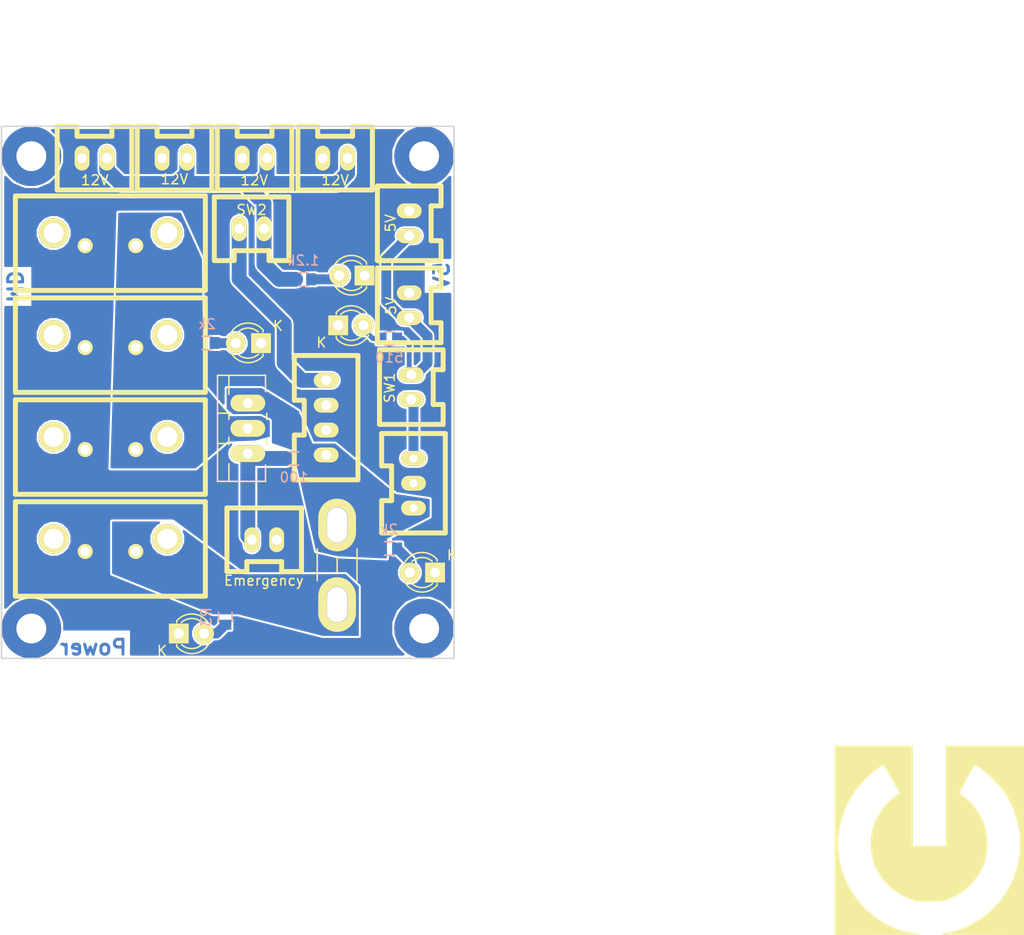
<source format=kicad_pcb>
(kicad_pcb (version 4) (host pcbnew 4.0.1-stable)

  (general
    (links 46)
    (no_connects 2)
    (area 116.299999 60.15 183 129.200002)
    (thickness 1.6)
    (drawings 23)
    (tracks 56)
    (zones 0)
    (modules 29)
    (nets 15)
  )

  (page A4)
  (layers
    (0 F.Cu signal)
    (31 B.Cu signal)
    (32 B.Adhes user)
    (33 F.Adhes user)
    (34 B.Paste user)
    (35 F.Paste user)
    (36 B.SilkS user)
    (37 F.SilkS user)
    (38 B.Mask user)
    (39 F.Mask user)
    (40 Dwgs.User user)
    (41 Cmts.User user)
    (42 Eco1.User user)
    (43 Eco2.User user)
    (44 Edge.Cuts user)
    (45 Margin user)
    (46 B.CrtYd user)
    (47 F.CrtYd user)
    (48 B.Fab user)
    (49 F.Fab user)
  )

  (setup
    (last_trace_width 0.25)
    (user_trace_width 0.5)
    (user_trace_width 1)
    (user_trace_width 1.5)
    (user_trace_width 2)
    (user_trace_width 2.5)
    (user_trace_width 3)
    (trace_clearance 0.2)
    (zone_clearance 0.2)
    (zone_45_only no)
    (trace_min 0.2)
    (segment_width 0.2)
    (edge_width 0.15)
    (via_size 0.6)
    (via_drill 0.4)
    (via_min_size 0.4)
    (via_min_drill 0.3)
    (user_via 6 3)
    (uvia_size 0.3)
    (uvia_drill 0.1)
    (uvias_allowed no)
    (uvia_min_size 0.2)
    (uvia_min_drill 0.1)
    (pcb_text_width 0.3)
    (pcb_text_size 1.5 1.5)
    (mod_edge_width 0.15)
    (mod_text_size 1 1)
    (mod_text_width 0.15)
    (pad_size 1.524 1.524)
    (pad_drill 0.762)
    (pad_to_mask_clearance 0.2)
    (aux_axis_origin 0 0)
    (visible_elements 7FFFFFFF)
    (pcbplotparams
      (layerselection 0x01000_80000000)
      (usegerberextensions false)
      (excludeedgelayer true)
      (linewidth 0.100000)
      (plotframeref false)
      (viasonmask false)
      (mode 1)
      (useauxorigin false)
      (hpglpennumber 1)
      (hpglpenspeed 20)
      (hpglpendiameter 15)
      (hpglpenoverlay 2)
      (psnegative false)
      (psa4output false)
      (plotreference true)
      (plotvalue true)
      (plotinvisibletext false)
      (padsonsilk false)
      (subtractmaskfromsilk false)
      (outputformat 1)
      (mirror false)
      (drillshape 0)
      (scaleselection 1)
      (outputdirectory ""))
  )

  (net 0 "")
  (net 1 GND)
  (net 2 "Net-(D1-Pad2)")
  (net 3 "Net-(D2-Pad2)")
  (net 4 "Net-(D3-Pad2)")
  (net 5 "Net-(D4-Pad2)")
  (net 6 "Net-(D5-Pad2)")
  (net 7 /ALL_Power)
  (net 8 +5V)
  (net 9 +12V)
  (net 10 /MD_POWER)
  (net 11 +BATT)
  (net 12 "Net-(P1-Pad2)")
  (net 13 /5V_SW)
  (net 14 /12V_SW)

  (net_class Default "これは標準のネット クラスです。"
    (clearance 0.2)
    (trace_width 0.25)
    (via_dia 0.6)
    (via_drill 0.4)
    (uvia_dia 0.3)
    (uvia_drill 0.1)
    (add_net +12V)
    (add_net +5V)
    (add_net +BATT)
    (add_net /12V_SW)
    (add_net /5V_SW)
    (add_net /ALL_Power)
    (add_net /MD_POWER)
    (add_net GND)
    (add_net "Net-(D1-Pad2)")
    (add_net "Net-(D2-Pad2)")
    (add_net "Net-(D3-Pad2)")
    (add_net "Net-(D4-Pad2)")
    (add_net "Net-(D5-Pad2)")
    (add_net "Net-(P1-Pad2)")
  )

  (module RP_KiCAD_Connector:XA_2T (layer F.Cu) (tedit 5B39E16A) (tstamp 5B276C48)
    (at 154.3 75.7 180)
    (path /5B27871C)
    (fp_text reference P10 (at 1.25 -4.25 180) (layer F.Fab)
      (effects (font (size 1 1) (thickness 0.15)))
    )
    (fp_text value 12V (at 1.24 -2.21 180) (layer F.SilkS)
      (effects (font (size 1 1) (thickness 0.15)))
    )
    (fp_line (start -2.5 3.2) (end -0.5 3.2) (layer F.SilkS) (width 0.5))
    (fp_line (start -0.5 3.2) (end -0.5 2.2) (layer F.SilkS) (width 0.5))
    (fp_line (start -0.5 2.2) (end 3 2.2) (layer F.SilkS) (width 0.5))
    (fp_line (start 3 2.2) (end 3 3.2) (layer F.SilkS) (width 0.5))
    (fp_line (start 3 3.2) (end 5 3.2) (layer F.SilkS) (width 0.5))
    (fp_line (start -2.5 -3.2) (end -2.5 3.2) (layer F.SilkS) (width 0.5))
    (fp_line (start 5 3.2) (end 5 -3.2) (layer F.SilkS) (width 0.5))
    (fp_line (start 5 -3.2) (end -2.5 -3.2) (layer F.SilkS) (width 0.5))
    (pad 2 thru_hole oval (at 0 0 180) (size 1.5 2.5) (drill 1) (layers *.Cu *.Mask F.SilkS)
      (net 14 /12V_SW))
    (pad 1 thru_hole oval (at 2.5 0 180) (size 1.5 2.5) (drill 1) (layers *.Cu *.Mask F.SilkS)
      (net 1 GND))
    (model conn_XA/XA_2T.wrl
      (at (xyz 0.05 0 0))
      (scale (xyz 4 4 4))
      (rotate (xyz -90 0 0))
    )
  )

  (module LEDs:LED-3MM (layer F.Cu) (tedit 5B34B837) (tstamp 5B276BEB)
    (at 137.33 123.5)
    (descr "LED 3mm round vertical")
    (tags "LED  3mm round vertical")
    (path /5B27C072)
    (fp_text reference D1 (at 1.91 3.06) (layer F.Fab)
      (effects (font (size 1 1) (thickness 0.15)))
    )
    (fp_text value LED (at 1.3 -2.9) (layer F.Fab)
      (effects (font (size 1 1) (thickness 0.15)))
    )
    (fp_line (start -1.2 2.3) (end 3.8 2.3) (layer F.CrtYd) (width 0.05))
    (fp_line (start 3.8 2.3) (end 3.8 -2.2) (layer F.CrtYd) (width 0.05))
    (fp_line (start 3.8 -2.2) (end -1.2 -2.2) (layer F.CrtYd) (width 0.05))
    (fp_line (start -1.2 -2.2) (end -1.2 2.3) (layer F.CrtYd) (width 0.05))
    (fp_line (start -0.199 1.314) (end -0.199 1.114) (layer F.SilkS) (width 0.15))
    (fp_line (start -0.199 -1.28) (end -0.199 -1.1) (layer F.SilkS) (width 0.15))
    (fp_arc (start 1.301 0.034) (end -0.199 -1.286) (angle 108.5) (layer F.SilkS) (width 0.15))
    (fp_arc (start 1.301 0.034) (end 0.25 -1.1) (angle 85.7) (layer F.SilkS) (width 0.15))
    (fp_arc (start 1.311 0.034) (end 3.051 0.994) (angle 110) (layer F.SilkS) (width 0.15))
    (fp_arc (start 1.301 0.034) (end 2.335 1.094) (angle 87.5) (layer F.SilkS) (width 0.15))
    (fp_text user K (at -1.69 1.74) (layer F.SilkS)
      (effects (font (size 1 1) (thickness 0.15)))
    )
    (pad 1 thru_hole rect (at 0 0 90) (size 2 2) (drill 1.00076) (layers *.Cu *.Mask F.SilkS)
      (net 1 GND))
    (pad 2 thru_hole circle (at 2.54 0) (size 2 2) (drill 1.00076) (layers *.Cu *.Mask F.SilkS)
      (net 2 "Net-(D1-Pad2)"))
    (model LEDs.3dshapes/LED-3MM.wrl
      (at (xyz 0.05 0 0))
      (scale (xyz 1 1 1))
      (rotate (xyz 0 0 90))
    )
  )

  (module LEDs:LED-3MM (layer F.Cu) (tedit 5B34B85A) (tstamp 5B276BF1)
    (at 163.1 117.37 180)
    (descr "LED 3mm round vertical")
    (tags "LED  3mm round vertical")
    (path /5B27C0C8)
    (fp_text reference D2 (at 1.91 3.06 180) (layer F.Fab)
      (effects (font (size 1 1) (thickness 0.15)))
    )
    (fp_text value LED (at 1.3 -2.9 180) (layer F.Fab)
      (effects (font (size 1 1) (thickness 0.15)))
    )
    (fp_line (start -1.2 2.3) (end 3.8 2.3) (layer F.CrtYd) (width 0.05))
    (fp_line (start 3.8 2.3) (end 3.8 -2.2) (layer F.CrtYd) (width 0.05))
    (fp_line (start 3.8 -2.2) (end -1.2 -2.2) (layer F.CrtYd) (width 0.05))
    (fp_line (start -1.2 -2.2) (end -1.2 2.3) (layer F.CrtYd) (width 0.05))
    (fp_line (start -0.199 1.314) (end -0.199 1.114) (layer F.SilkS) (width 0.15))
    (fp_line (start -0.199 -1.28) (end -0.199 -1.1) (layer F.SilkS) (width 0.15))
    (fp_arc (start 1.301 0.034) (end -0.199 -1.286) (angle 108.5) (layer F.SilkS) (width 0.15))
    (fp_arc (start 1.301 0.034) (end 0.25 -1.1) (angle 85.7) (layer F.SilkS) (width 0.15))
    (fp_arc (start 1.311 0.034) (end 3.051 0.994) (angle 110) (layer F.SilkS) (width 0.15))
    (fp_arc (start 1.301 0.034) (end 2.335 1.094) (angle 87.5) (layer F.SilkS) (width 0.15))
    (fp_text user K (at -1.69 1.74 180) (layer F.SilkS)
      (effects (font (size 1 1) (thickness 0.15)))
    )
    (pad 1 thru_hole rect (at 0 0 270) (size 2 2) (drill 1.00076) (layers *.Cu *.Mask F.SilkS)
      (net 1 GND))
    (pad 2 thru_hole circle (at 2.54 0 180) (size 2 2) (drill 1.00076) (layers *.Cu *.Mask F.SilkS)
      (net 3 "Net-(D2-Pad2)"))
    (model LEDs.3dshapes/LED-3MM.wrl
      (at (xyz 0.05 0 0))
      (scale (xyz 1 1 1))
      (rotate (xyz 0 0 90))
    )
  )

  (module LEDs:LED-3MM (layer F.Cu) (tedit 5B34B881) (tstamp 5B276BF7)
    (at 145.6 94.3 180)
    (descr "LED 3mm round vertical")
    (tags "LED  3mm round vertical")
    (path /5B27C126)
    (fp_text reference D3 (at 1.91 3.06 180) (layer F.Fab)
      (effects (font (size 1 1) (thickness 0.15)))
    )
    (fp_text value LED (at 1.3 -2.9 180) (layer F.Fab)
      (effects (font (size 1 1) (thickness 0.15)))
    )
    (fp_line (start -1.2 2.3) (end 3.8 2.3) (layer F.CrtYd) (width 0.05))
    (fp_line (start 3.8 2.3) (end 3.8 -2.2) (layer F.CrtYd) (width 0.05))
    (fp_line (start 3.8 -2.2) (end -1.2 -2.2) (layer F.CrtYd) (width 0.05))
    (fp_line (start -1.2 -2.2) (end -1.2 2.3) (layer F.CrtYd) (width 0.05))
    (fp_line (start -0.199 1.314) (end -0.199 1.114) (layer F.SilkS) (width 0.15))
    (fp_line (start -0.199 -1.28) (end -0.199 -1.1) (layer F.SilkS) (width 0.15))
    (fp_arc (start 1.301 0.034) (end -0.199 -1.286) (angle 108.5) (layer F.SilkS) (width 0.15))
    (fp_arc (start 1.301 0.034) (end 0.25 -1.1) (angle 85.7) (layer F.SilkS) (width 0.15))
    (fp_arc (start 1.311 0.034) (end 3.051 0.994) (angle 110) (layer F.SilkS) (width 0.15))
    (fp_arc (start 1.301 0.034) (end 2.335 1.094) (angle 87.5) (layer F.SilkS) (width 0.15))
    (fp_text user K (at -1.69 1.74 180) (layer F.SilkS)
      (effects (font (size 1 1) (thickness 0.15)))
    )
    (pad 1 thru_hole rect (at 0 0 270) (size 2 2) (drill 1.00076) (layers *.Cu *.Mask F.SilkS)
      (net 1 GND))
    (pad 2 thru_hole circle (at 2.54 0 180) (size 2 2) (drill 1.00076) (layers *.Cu *.Mask F.SilkS)
      (net 4 "Net-(D3-Pad2)"))
    (model LEDs.3dshapes/LED-3MM.wrl
      (at (xyz 0.05 0 0))
      (scale (xyz 1 1 1))
      (rotate (xyz 0 0 90))
    )
  )

  (module LEDs:LED-3MM (layer F.Cu) (tedit 5B34B886) (tstamp 5B276BFD)
    (at 156 87.5 180)
    (descr "LED 3mm round vertical")
    (tags "LED  3mm round vertical")
    (path /5B27C17F)
    (fp_text reference D4 (at 1.91 3.06 180) (layer F.Fab)
      (effects (font (size 1 1) (thickness 0.15)))
    )
    (fp_text value LED (at 1.3 -2.9 180) (layer F.Fab)
      (effects (font (size 1 1) (thickness 0.15)))
    )
    (fp_line (start -1.2 2.3) (end 3.8 2.3) (layer F.CrtYd) (width 0.05))
    (fp_line (start 3.8 2.3) (end 3.8 -2.2) (layer F.CrtYd) (width 0.05))
    (fp_line (start 3.8 -2.2) (end -1.2 -2.2) (layer F.CrtYd) (width 0.05))
    (fp_line (start -1.2 -2.2) (end -1.2 2.3) (layer F.CrtYd) (width 0.05))
    (fp_line (start -0.199 1.314) (end -0.199 1.114) (layer F.SilkS) (width 0.15))
    (fp_line (start -0.199 -1.28) (end -0.199 -1.1) (layer F.SilkS) (width 0.15))
    (fp_arc (start 1.301 0.034) (end -0.199 -1.286) (angle 108.5) (layer F.SilkS) (width 0.15))
    (fp_arc (start 1.301 0.034) (end 0.25 -1.1) (angle 85.7) (layer F.SilkS) (width 0.15))
    (fp_arc (start 1.311 0.034) (end 3.051 0.994) (angle 110) (layer F.SilkS) (width 0.15))
    (fp_arc (start 1.301 0.034) (end 2.335 1.094) (angle 87.5) (layer F.SilkS) (width 0.15))
    (fp_text user K (at -1.69 1.74 180) (layer F.SilkS)
      (effects (font (size 1 1) (thickness 0.15)))
    )
    (pad 1 thru_hole rect (at 0 0 270) (size 2 2) (drill 1.00076) (layers *.Cu *.Mask F.SilkS)
      (net 1 GND))
    (pad 2 thru_hole circle (at 2.54 0 180) (size 2 2) (drill 1.00076) (layers *.Cu *.Mask F.SilkS)
      (net 5 "Net-(D4-Pad2)"))
    (model LEDs.3dshapes/LED-3MM.wrl
      (at (xyz 0.05 0 0))
      (scale (xyz 1 1 1))
      (rotate (xyz 0 0 90))
    )
  )

  (module LEDs:LED-3MM (layer F.Cu) (tedit 5B34B865) (tstamp 5B276C03)
    (at 153.36 92.51)
    (descr "LED 3mm round vertical")
    (tags "LED  3mm round vertical")
    (path /5B27DF33)
    (fp_text reference D5 (at 1.91 3.06) (layer F.Fab)
      (effects (font (size 1 1) (thickness 0.15)))
    )
    (fp_text value LED (at 1.3 -2.9) (layer F.Fab)
      (effects (font (size 1 1) (thickness 0.15)))
    )
    (fp_line (start -1.2 2.3) (end 3.8 2.3) (layer F.CrtYd) (width 0.05))
    (fp_line (start 3.8 2.3) (end 3.8 -2.2) (layer F.CrtYd) (width 0.05))
    (fp_line (start 3.8 -2.2) (end -1.2 -2.2) (layer F.CrtYd) (width 0.05))
    (fp_line (start -1.2 -2.2) (end -1.2 2.3) (layer F.CrtYd) (width 0.05))
    (fp_line (start -0.199 1.314) (end -0.199 1.114) (layer F.SilkS) (width 0.15))
    (fp_line (start -0.199 -1.28) (end -0.199 -1.1) (layer F.SilkS) (width 0.15))
    (fp_arc (start 1.301 0.034) (end -0.199 -1.286) (angle 108.5) (layer F.SilkS) (width 0.15))
    (fp_arc (start 1.301 0.034) (end 0.25 -1.1) (angle 85.7) (layer F.SilkS) (width 0.15))
    (fp_arc (start 1.311 0.034) (end 3.051 0.994) (angle 110) (layer F.SilkS) (width 0.15))
    (fp_arc (start 1.301 0.034) (end 2.335 1.094) (angle 87.5) (layer F.SilkS) (width 0.15))
    (fp_text user K (at -1.69 1.74) (layer F.SilkS)
      (effects (font (size 1 1) (thickness 0.15)))
    )
    (pad 1 thru_hole rect (at 0 0 90) (size 2 2) (drill 1.00076) (layers *.Cu *.Mask F.SilkS)
      (net 1 GND))
    (pad 2 thru_hole circle (at 2.54 0) (size 2 2) (drill 1.00076) (layers *.Cu *.Mask F.SilkS)
      (net 6 "Net-(D5-Pad2)"))
    (model LEDs.3dshapes/LED-3MM.wrl
      (at (xyz 0.05 0 0))
      (scale (xyz 1 1 1))
      (rotate (xyz 0 0 90))
    )
  )

  (module RP_KiCAD_Connector:XA_2T (layer F.Cu) (tedit 5B39E06D) (tstamp 5B276C09)
    (at 144.67 114.07)
    (path /5B276B67)
    (fp_text reference P1 (at 1.25 -4.25) (layer F.Fab)
      (effects (font (size 1 1) (thickness 0.15)))
    )
    (fp_text value Emergency (at 1.21 4.11) (layer F.SilkS)
      (effects (font (size 1 1) (thickness 0.15)))
    )
    (fp_line (start -2.5 3.2) (end -0.5 3.2) (layer F.SilkS) (width 0.5))
    (fp_line (start -0.5 3.2) (end -0.5 2.2) (layer F.SilkS) (width 0.5))
    (fp_line (start -0.5 2.2) (end 3 2.2) (layer F.SilkS) (width 0.5))
    (fp_line (start 3 2.2) (end 3 3.2) (layer F.SilkS) (width 0.5))
    (fp_line (start 3 3.2) (end 5 3.2) (layer F.SilkS) (width 0.5))
    (fp_line (start -2.5 -3.2) (end -2.5 3.2) (layer F.SilkS) (width 0.5))
    (fp_line (start 5 3.2) (end 5 -3.2) (layer F.SilkS) (width 0.5))
    (fp_line (start 5 -3.2) (end -2.5 -3.2) (layer F.SilkS) (width 0.5))
    (pad 2 thru_hole oval (at 0 0) (size 1.5 2.5) (drill 1) (layers *.Cu *.Mask F.SilkS)
      (net 12 "Net-(P1-Pad2)"))
    (pad 1 thru_hole oval (at 2.5 0) (size 1.5 2.5) (drill 1) (layers *.Cu *.Mask F.SilkS)
      (net 1 GND))
    (model conn_XA/XA_2T.wrl
      (at (xyz 0.05 0 0))
      (scale (xyz 4 4 4))
      (rotate (xyz -90 0 0))
    )
  )

  (module RP_KiCAD_Connector:XA_3T (layer F.Cu) (tedit 5B34B89B) (tstamp 5B276C10)
    (at 160.93 105.89 270)
    (path /5B277B69)
    (fp_text reference P2 (at 0 0.5 270) (layer F.Fab)
      (effects (font (size 1 1) (thickness 0.15)))
    )
    (fp_text value "To 5V" (at 0 -0.5 270) (layer F.Fab)
      (effects (font (size 1 1) (thickness 0.15)))
    )
    (fp_line (start 0.75 2.2) (end 4.25 2.2) (layer F.SilkS) (width 0.5))
    (fp_line (start 4.25 2.2) (end 4.25 3.2) (layer F.SilkS) (width 0.5))
    (fp_line (start 4.25 3.2) (end 7.5 3.2) (layer F.SilkS) (width 0.5))
    (fp_line (start -2.5 3.2) (end 0.75 3.2) (layer F.SilkS) (width 0.5))
    (fp_line (start 0.75 3.2) (end 0.75 2.2) (layer F.SilkS) (width 0.5))
    (fp_line (start -2.5 -3.2) (end 7.5 -3.2) (layer F.SilkS) (width 0.5))
    (fp_line (start 7.5 -3.2) (end 7.5 3.2) (layer F.SilkS) (width 0.5))
    (fp_line (start -2.5 -3.2) (end -2.5 3.2) (layer F.SilkS) (width 0.5))
    (pad 3 thru_hole oval (at 0 0 270) (size 1.5 2.5) (drill 0.8) (layers *.Cu *.Mask F.SilkS)
      (net 8 +5V))
    (pad 2 thru_hole oval (at 2.5 0 270) (size 1.5 2.5) (drill 0.8) (layers *.Cu *.Mask F.SilkS)
      (net 1 GND))
    (pad 1 thru_hole oval (at 5 0 270) (size 1.5 2.5) (drill 0.8) (layers *.Cu *.Mask F.SilkS)
      (net 7 /ALL_Power))
    (model conn_XA/XA_3T.wrl
      (at (xyz 0.1 0 0))
      (scale (xyz 4 4 4))
      (rotate (xyz -90 0 0))
    )
  )

  (module RP_KiCAD_Connector:XA_4T (layer F.Cu) (tedit 5B34B85F) (tstamp 5B276C18)
    (at 152.146 98.044 270)
    (path /5B277D87)
    (fp_text reference P3 (at 3.75 -4.25 270) (layer F.Fab)
      (effects (font (size 1 1) (thickness 0.15)))
    )
    (fp_text value "To 12V" (at 0 -0.5 270) (layer F.Fab)
      (effects (font (size 1 1) (thickness 0.15)))
    )
    (fp_line (start -2.5 3.2) (end 2 3.2) (layer F.SilkS) (width 0.5))
    (fp_line (start 2 3.2) (end 2 2.2) (layer F.SilkS) (width 0.5))
    (fp_line (start 2 2.2) (end 5.5 2.2) (layer F.SilkS) (width 0.5))
    (fp_line (start 5.5 2.2) (end 5.5 3.2) (layer F.SilkS) (width 0.5))
    (fp_line (start 5.5 3.2) (end 10 3.2) (layer F.SilkS) (width 0.5))
    (fp_line (start 10 -3.2) (end -2.5 -3.2) (layer F.SilkS) (width 0.5))
    (fp_line (start 10 3.2) (end 10 -3.2) (layer F.SilkS) (width 0.5))
    (fp_line (start -2.5 -3.2) (end -2.5 3.2) (layer F.SilkS) (width 0.5))
    (pad 4 thru_hole oval (at 0 0 270) (size 1.5 2.5) (drill 1) (layers *.Cu *.Mask F.SilkS)
      (net 9 +12V))
    (pad 3 thru_hole oval (at 2.5 0 270) (size 1.5 2.5) (drill 1) (layers *.Cu *.Mask F.SilkS)
      (net 1 GND))
    (pad 2 thru_hole oval (at 5 0 270) (size 1.5 2.5) (drill 1) (layers *.Cu *.Mask F.SilkS)
      (net 1 GND))
    (pad 1 thru_hole oval (at 7.5 0 270) (size 1.5 2.5) (drill 1) (layers *.Cu *.Mask F.SilkS)
      (net 7 /ALL_Power))
    (model conn_XA/XA_4T.wrl
      (at (xyz 0.15 0 0))
      (scale (xyz 3.95 3.95 3.95))
      (rotate (xyz -90 0 0))
    )
  )

  (module RP_KiCAD_Connector:D3200_2T (layer F.Cu) (tedit 5B34B827) (tstamp 5B276C20)
    (at 133 105 180)
    (path /5B2797BA)
    (fp_text reference P4 (at 0 0.5 180) (layer F.Fab)
      (effects (font (size 1 1) (thickness 0.15)))
    )
    (fp_text value MD_POWER (at 0 -0.5 180) (layer F.Fab)
      (effects (font (size 1 1) (thickness 0.15)))
    )
    (fp_line (start -7 5) (end 12.1 5) (layer F.SilkS) (width 0.5))
    (fp_line (start 12.1 5) (end 12.1 -4.5) (layer F.SilkS) (width 0.5))
    (fp_line (start -7 -4.5) (end 12.1 -4.5) (layer F.SilkS) (width 0.5))
    (fp_line (start -7 -4.5) (end -7 5) (layer F.SilkS) (width 0.5))
    (pad 2 thru_hole circle (at 0 0 180) (size 1.524 1.524) (drill 1) (layers *.Cu *.Mask F.SilkS)
      (net 10 /MD_POWER))
    (pad 1 thru_hole circle (at 5.08 0 180) (size 1.524 1.524) (drill 1) (layers *.Cu *.Mask F.SilkS)
      (net 1 GND))
    (pad "" thru_hole circle (at -3.175 1.27 180) (size 3 3) (drill 2) (layers *.Cu *.Mask F.SilkS))
    (pad "" thru_hole circle (at 8.255 1.27 180) (size 3 3) (drill 2) (layers *.Cu *.Mask F.SilkS))
    (model conn_D3200/D-3200T_2.wrl
      (at (xyz 0.1 0 0.2))
      (scale (xyz 3.95 3.95 3.95))
      (rotate (xyz 0 0 0))
    )
  )

  (module RP_KiCAD_Connector:D3200_2T (layer F.Cu) (tedit 5B34B831) (tstamp 5B276C28)
    (at 133 115.25 180)
    (path /5B277418)
    (fp_text reference P5 (at 0 0.5 180) (layer F.Fab)
      (effects (font (size 1 1) (thickness 0.15)))
    )
    (fp_text value POWER_in (at 0 -0.5 180) (layer F.Fab)
      (effects (font (size 1 1) (thickness 0.15)))
    )
    (fp_line (start -7 5) (end 12.1 5) (layer F.SilkS) (width 0.5))
    (fp_line (start 12.1 5) (end 12.1 -4.5) (layer F.SilkS) (width 0.5))
    (fp_line (start -7 -4.5) (end 12.1 -4.5) (layer F.SilkS) (width 0.5))
    (fp_line (start -7 -4.5) (end -7 5) (layer F.SilkS) (width 0.5))
    (pad 2 thru_hole circle (at 0 0 180) (size 1.524 1.524) (drill 1) (layers *.Cu *.Mask F.SilkS)
      (net 11 +BATT))
    (pad 1 thru_hole circle (at 5.08 0 180) (size 1.524 1.524) (drill 1) (layers *.Cu *.Mask F.SilkS)
      (net 1 GND))
    (pad "" thru_hole circle (at -3.175 1.27 180) (size 3 3) (drill 2) (layers *.Cu *.Mask F.SilkS))
    (pad "" thru_hole circle (at 8.255 1.27 180) (size 3 3) (drill 2) (layers *.Cu *.Mask F.SilkS))
    (model conn_D3200/D-3200T_2.wrl
      (at (xyz 0.1 0 0.2))
      (scale (xyz 3.95 3.95 3.95))
      (rotate (xyz 0 0 0))
    )
  )

  (module RP_KiCAD_Connector:XA_2T (layer F.Cu) (tedit 5B39E0AC) (tstamp 5B276C2E)
    (at 160.5 83.5 90)
    (path /5B278447)
    (fp_text reference P6 (at 1.25 -4.25 90) (layer F.Fab)
      (effects (font (size 1 1) (thickness 0.15)))
    )
    (fp_text value 5V (at 1.26 -1.87 90) (layer F.SilkS)
      (effects (font (size 1 1) (thickness 0.15)))
    )
    (fp_line (start -2.5 3.2) (end -0.5 3.2) (layer F.SilkS) (width 0.5))
    (fp_line (start -0.5 3.2) (end -0.5 2.2) (layer F.SilkS) (width 0.5))
    (fp_line (start -0.5 2.2) (end 3 2.2) (layer F.SilkS) (width 0.5))
    (fp_line (start 3 2.2) (end 3 3.2) (layer F.SilkS) (width 0.5))
    (fp_line (start 3 3.2) (end 5 3.2) (layer F.SilkS) (width 0.5))
    (fp_line (start -2.5 -3.2) (end -2.5 3.2) (layer F.SilkS) (width 0.5))
    (fp_line (start 5 3.2) (end 5 -3.2) (layer F.SilkS) (width 0.5))
    (fp_line (start 5 -3.2) (end -2.5 -3.2) (layer F.SilkS) (width 0.5))
    (pad 2 thru_hole oval (at 0 0 90) (size 1.5 2.5) (drill 1) (layers *.Cu *.Mask F.SilkS)
      (net 13 /5V_SW))
    (pad 1 thru_hole oval (at 2.5 0 90) (size 1.5 2.5) (drill 1) (layers *.Cu *.Mask F.SilkS)
      (net 1 GND))
    (model conn_XA/XA_2T.wrl
      (at (xyz 0.05 0 0))
      (scale (xyz 4 4 4))
      (rotate (xyz -90 0 0))
    )
  )

  (module RP_KiCAD_Connector:XA_2T (layer F.Cu) (tedit 5B39E175) (tstamp 5B276C34)
    (at 146.2 75.7 180)
    (path /5B2785F3)
    (fp_text reference P7 (at 1.24 -2.24 180) (layer F.Fab)
      (effects (font (size 1 1) (thickness 0.15)))
    )
    (fp_text value 12V (at 1.28 -2.23 180) (layer F.SilkS)
      (effects (font (size 1 1) (thickness 0.15)))
    )
    (fp_line (start -2.5 3.2) (end -0.5 3.2) (layer F.SilkS) (width 0.5))
    (fp_line (start -0.5 3.2) (end -0.5 2.2) (layer F.SilkS) (width 0.5))
    (fp_line (start -0.5 2.2) (end 3 2.2) (layer F.SilkS) (width 0.5))
    (fp_line (start 3 2.2) (end 3 3.2) (layer F.SilkS) (width 0.5))
    (fp_line (start 3 3.2) (end 5 3.2) (layer F.SilkS) (width 0.5))
    (fp_line (start -2.5 -3.2) (end -2.5 3.2) (layer F.SilkS) (width 0.5))
    (fp_line (start 5 3.2) (end 5 -3.2) (layer F.SilkS) (width 0.5))
    (fp_line (start 5 -3.2) (end -2.5 -3.2) (layer F.SilkS) (width 0.5))
    (pad 2 thru_hole oval (at 0 0 180) (size 1.5 2.5) (drill 1) (layers *.Cu *.Mask F.SilkS)
      (net 14 /12V_SW))
    (pad 1 thru_hole oval (at 2.5 0 180) (size 1.5 2.5) (drill 1) (layers *.Cu *.Mask F.SilkS)
      (net 1 GND))
    (model conn_XA/XA_2T.wrl
      (at (xyz 0.05 0 0))
      (scale (xyz 4 4 4))
      (rotate (xyz -90 0 0))
    )
  )

  (module RP_KiCAD_Connector:D3200_2T (layer F.Cu) (tedit 5B34B7FC) (tstamp 5B276C3C)
    (at 133 94.75 180)
    (path /5B27982C)
    (fp_text reference P8 (at 0 0.5 180) (layer F.Fab)
      (effects (font (size 1 1) (thickness 0.15)))
    )
    (fp_text value MD_POWER (at 0 -0.5 180) (layer F.Fab)
      (effects (font (size 1 1) (thickness 0.15)))
    )
    (fp_line (start -7 5) (end 12.1 5) (layer F.SilkS) (width 0.5))
    (fp_line (start 12.1 5) (end 12.1 -4.5) (layer F.SilkS) (width 0.5))
    (fp_line (start -7 -4.5) (end 12.1 -4.5) (layer F.SilkS) (width 0.5))
    (fp_line (start -7 -4.5) (end -7 5) (layer F.SilkS) (width 0.5))
    (pad 2 thru_hole circle (at 0 0 180) (size 1.524 1.524) (drill 1) (layers *.Cu *.Mask F.SilkS)
      (net 10 /MD_POWER))
    (pad 1 thru_hole circle (at 5.08 0 180) (size 1.524 1.524) (drill 1) (layers *.Cu *.Mask F.SilkS)
      (net 1 GND))
    (pad "" thru_hole circle (at -3.175 1.27 180) (size 3 3) (drill 2) (layers *.Cu *.Mask F.SilkS))
    (pad "" thru_hole circle (at 8.255 1.27 180) (size 3 3) (drill 2) (layers *.Cu *.Mask F.SilkS))
    (model conn_D3200/D-3200T_2.wrl
      (at (xyz 0.1 0 0.2))
      (scale (xyz 3.95 3.95 3.95))
      (rotate (xyz 0 0 0))
    )
  )

  (module RP_KiCAD_Connector:XA_2T (layer F.Cu) (tedit 5B39E0A0) (tstamp 5B276C42)
    (at 160.5 91.75 90)
    (path /5B2784C3)
    (fp_text reference P9 (at 1.25 -4.25 90) (layer F.Fab)
      (effects (font (size 1 1) (thickness 0.15)))
    )
    (fp_text value 5V (at 1.21 -1.82 90) (layer F.SilkS)
      (effects (font (size 1 1) (thickness 0.15)))
    )
    (fp_line (start -2.5 3.2) (end -0.5 3.2) (layer F.SilkS) (width 0.5))
    (fp_line (start -0.5 3.2) (end -0.5 2.2) (layer F.SilkS) (width 0.5))
    (fp_line (start -0.5 2.2) (end 3 2.2) (layer F.SilkS) (width 0.5))
    (fp_line (start 3 2.2) (end 3 3.2) (layer F.SilkS) (width 0.5))
    (fp_line (start 3 3.2) (end 5 3.2) (layer F.SilkS) (width 0.5))
    (fp_line (start -2.5 -3.2) (end -2.5 3.2) (layer F.SilkS) (width 0.5))
    (fp_line (start 5 3.2) (end 5 -3.2) (layer F.SilkS) (width 0.5))
    (fp_line (start 5 -3.2) (end -2.5 -3.2) (layer F.SilkS) (width 0.5))
    (pad 2 thru_hole oval (at 0 0 90) (size 1.5 2.5) (drill 1) (layers *.Cu *.Mask F.SilkS)
      (net 13 /5V_SW))
    (pad 1 thru_hole oval (at 2.5 0 90) (size 1.5 2.5) (drill 1) (layers *.Cu *.Mask F.SilkS)
      (net 1 GND))
    (model conn_XA/XA_2T.wrl
      (at (xyz 0.05 0 0))
      (scale (xyz 4 4 4))
      (rotate (xyz -90 0 0))
    )
  )

  (module RP_KiCAD_Connector:D3200_2T (layer F.Cu) (tedit 5B34B7F0) (tstamp 5B276C50)
    (at 133 84.5 180)
    (path /5B279881)
    (fp_text reference P11 (at 0 0.5 180) (layer F.Fab)
      (effects (font (size 1 1) (thickness 0.15)))
    )
    (fp_text value MD_POWER (at 0 -0.5 180) (layer F.Fab)
      (effects (font (size 1 1) (thickness 0.15)))
    )
    (fp_line (start -7 5) (end 12.1 5) (layer F.SilkS) (width 0.5))
    (fp_line (start 12.1 5) (end 12.1 -4.5) (layer F.SilkS) (width 0.5))
    (fp_line (start -7 -4.5) (end 12.1 -4.5) (layer F.SilkS) (width 0.5))
    (fp_line (start -7 -4.5) (end -7 5) (layer F.SilkS) (width 0.5))
    (pad 2 thru_hole circle (at 0 0 180) (size 1.524 1.524) (drill 1) (layers *.Cu *.Mask F.SilkS)
      (net 10 /MD_POWER))
    (pad 1 thru_hole circle (at 5.08 0 180) (size 1.524 1.524) (drill 1) (layers *.Cu *.Mask F.SilkS)
      (net 1 GND))
    (pad "" thru_hole circle (at -3.175 1.27 180) (size 3 3) (drill 2) (layers *.Cu *.Mask F.SilkS))
    (pad "" thru_hole circle (at 8.255 1.27 180) (size 3 3) (drill 2) (layers *.Cu *.Mask F.SilkS))
    (model conn_D3200/D-3200T_2.wrl
      (at (xyz 0.1 0 0.2))
      (scale (xyz 3.95 3.95 3.95))
      (rotate (xyz 0 0 0))
    )
  )

  (module TO_SOT_Packages_THT:TO-220_Neutral123_Vertical_LargePads (layer F.Cu) (tedit 5B34B851) (tstamp 5B276C57)
    (at 144.272 102.87 90)
    (descr "TO-220, Neutral, Vertical, Large Pads,")
    (tags "TO-220, Neutral, Vertical, Large Pads,")
    (path /5B276A1C)
    (fp_text reference Q1 (at 0 -5.08 90) (layer F.Fab)
      (effects (font (size 1 1) (thickness 0.15)))
    )
    (fp_text value Q_PMOS_GDS (at 0 3.81 90) (layer F.Fab)
      (effects (font (size 1 1) (thickness 0.15)))
    )
    (fp_line (start 5.334 -1.905) (end 3.429 -1.905) (layer F.SilkS) (width 0.15))
    (fp_line (start 0.889 -1.905) (end 1.651 -1.905) (layer F.SilkS) (width 0.15))
    (fp_line (start -1.524 -1.905) (end -1.651 -1.905) (layer F.SilkS) (width 0.15))
    (fp_line (start -1.524 -1.905) (end -0.889 -1.905) (layer F.SilkS) (width 0.15))
    (fp_line (start -5.334 -1.905) (end -3.556 -1.905) (layer F.SilkS) (width 0.15))
    (fp_line (start -5.334 1.778) (end -3.683 1.778) (layer F.SilkS) (width 0.15))
    (fp_line (start -1.016 1.905) (end -1.651 1.905) (layer F.SilkS) (width 0.15))
    (fp_line (start 1.524 1.905) (end 0.889 1.905) (layer F.SilkS) (width 0.15))
    (fp_line (start 5.334 1.778) (end 3.683 1.778) (layer F.SilkS) (width 0.15))
    (fp_line (start -1.524 -3.048) (end -1.524 -1.905) (layer F.SilkS) (width 0.15))
    (fp_line (start 1.524 -3.048) (end 1.524 -1.905) (layer F.SilkS) (width 0.15))
    (fp_line (start 5.334 -1.905) (end 5.334 1.778) (layer F.SilkS) (width 0.15))
    (fp_line (start -5.334 1.778) (end -5.334 -1.905) (layer F.SilkS) (width 0.15))
    (fp_line (start 5.334 -3.048) (end 5.334 -1.905) (layer F.SilkS) (width 0.15))
    (fp_line (start -5.334 -1.905) (end -5.334 -3.048) (layer F.SilkS) (width 0.15))
    (fp_line (start 0 -3.048) (end -5.334 -3.048) (layer F.SilkS) (width 0.15))
    (fp_line (start 0 -3.048) (end 5.334 -3.048) (layer F.SilkS) (width 0.15))
    (pad 2 thru_hole oval (at 0 0 180) (size 3.50012 1.69926) (drill 1.00076) (layers *.Cu *.Mask F.SilkS)
      (net 10 /MD_POWER))
    (pad 1 thru_hole oval (at -2.54 0 180) (size 3.50012 1.69926) (drill 1.00076) (layers *.Cu *.Mask F.SilkS)
      (net 12 "Net-(P1-Pad2)"))
    (pad 3 thru_hole oval (at 2.54 0 180) (size 3.50012 1.69926) (drill 1.00076) (layers *.Cu *.Mask F.SilkS)
      (net 7 /ALL_Power))
    (model TO_SOT_Packages_THT.3dshapes/TO-220_Neutral123_Vertical_LargePads.wrl
      (at (xyz 0 0 0))
      (scale (xyz 0.3937 0.3937 0.3937))
      (rotate (xyz 0 0 0))
    )
  )

  (module Resistors_SMD:R_0603 (layer B.Cu) (tedit 5B36DCFB) (tstamp 5B276C6A)
    (at 148.9 105.9 180)
    (descr "Resistor SMD 0603, reflow soldering, Vishay (see dcrcw.pdf)")
    (tags "resistor 0603")
    (path /5B276BE2)
    (attr smd)
    (fp_text reference R2 (at 0 1.9 180) (layer B.Fab)
      (effects (font (size 1 1) (thickness 0.15)) (justify mirror))
    )
    (fp_text value 100 (at 0 -1.9 180) (layer B.SilkS)
      (effects (font (size 1 1) (thickness 0.15)) (justify mirror))
    )
    (fp_line (start -1.3 0.8) (end 1.3 0.8) (layer B.CrtYd) (width 0.05))
    (fp_line (start -1.3 -0.8) (end 1.3 -0.8) (layer B.CrtYd) (width 0.05))
    (fp_line (start -1.3 0.8) (end -1.3 -0.8) (layer B.CrtYd) (width 0.05))
    (fp_line (start 1.3 0.8) (end 1.3 -0.8) (layer B.CrtYd) (width 0.05))
    (fp_line (start 0.5 -0.675) (end -0.5 -0.675) (layer B.SilkS) (width 0.15))
    (fp_line (start -0.5 0.675) (end 0.5 0.675) (layer B.SilkS) (width 0.15))
    (pad 1 smd rect (at -0.78 0 180) (size 1 1.2) (layers B.Cu B.Paste B.Mask)
      (net 7 /ALL_Power))
    (pad 2 smd rect (at 0.78 0 180) (size 1 1.2) (layers B.Cu B.Paste B.Mask)
      (net 12 "Net-(P1-Pad2)"))
    (model Resistors_SMD.3dshapes/R_0603.wrl
      (at (xyz 0 0 0))
      (scale (xyz 1 1 1))
      (rotate (xyz 0 0 0))
    )
  )

  (module Resistors_SMD:R_0603 (layer B.Cu) (tedit 581D9C24) (tstamp 5B276C70)
    (at 142.01 121.84 270)
    (descr "Resistor SMD 0603, reflow soldering, Vishay (see dcrcw.pdf)")
    (tags "resistor 0603")
    (path /5B27BC59)
    (attr smd)
    (fp_text reference R3 (at 0 1.9 270) (layer B.SilkS)
      (effects (font (size 1 1) (thickness 0.15)) (justify mirror))
    )
    (fp_text value 2k (at 0 -1.9 270) (layer B.Fab)
      (effects (font (size 1 1) (thickness 0.15)) (justify mirror))
    )
    (fp_line (start -1.3 0.8) (end 1.3 0.8) (layer B.CrtYd) (width 0.05))
    (fp_line (start -1.3 -0.8) (end 1.3 -0.8) (layer B.CrtYd) (width 0.05))
    (fp_line (start -1.3 0.8) (end -1.3 -0.8) (layer B.CrtYd) (width 0.05))
    (fp_line (start 1.3 0.8) (end 1.3 -0.8) (layer B.CrtYd) (width 0.05))
    (fp_line (start 0.5 -0.675) (end -0.5 -0.675) (layer B.SilkS) (width 0.15))
    (fp_line (start -0.5 0.675) (end 0.5 0.675) (layer B.SilkS) (width 0.15))
    (pad 1 smd rect (at -0.78 0 270) (size 1 1.2) (layers B.Cu B.Paste B.Mask)
      (net 11 +BATT))
    (pad 2 smd rect (at 0.78 0 270) (size 1 1.2) (layers B.Cu B.Paste B.Mask)
      (net 2 "Net-(D1-Pad2)"))
    (model Resistors_SMD.3dshapes/R_0603.wrl
      (at (xyz 0 0 0))
      (scale (xyz 1 1 1))
      (rotate (xyz 0 0 0))
    )
  )

  (module Resistors_SMD:R_0603 (layer B.Cu) (tedit 5B36E285) (tstamp 5B276C76)
    (at 158.5 114.95)
    (descr "Resistor SMD 0603, reflow soldering, Vishay (see dcrcw.pdf)")
    (tags "resistor 0603")
    (path /5B27BCA1)
    (attr smd)
    (fp_text reference R4 (at 0 1.9) (layer B.Fab)
      (effects (font (size 1 1) (thickness 0.15)) (justify mirror))
    )
    (fp_text value 2k (at 0 -1.9) (layer B.SilkS)
      (effects (font (size 1 1) (thickness 0.15)) (justify mirror))
    )
    (fp_line (start -1.3 0.8) (end 1.3 0.8) (layer B.CrtYd) (width 0.05))
    (fp_line (start -1.3 -0.8) (end 1.3 -0.8) (layer B.CrtYd) (width 0.05))
    (fp_line (start -1.3 0.8) (end -1.3 -0.8) (layer B.CrtYd) (width 0.05))
    (fp_line (start 1.3 0.8) (end 1.3 -0.8) (layer B.CrtYd) (width 0.05))
    (fp_line (start 0.5 -0.675) (end -0.5 -0.675) (layer B.SilkS) (width 0.15))
    (fp_line (start -0.5 0.675) (end 0.5 0.675) (layer B.SilkS) (width 0.15))
    (pad 1 smd rect (at -0.78 0) (size 1 1.2) (layers B.Cu B.Paste B.Mask)
      (net 7 /ALL_Power))
    (pad 2 smd rect (at 0.78 0) (size 1 1.2) (layers B.Cu B.Paste B.Mask)
      (net 3 "Net-(D2-Pad2)"))
    (model Resistors_SMD.3dshapes/R_0603.wrl
      (at (xyz 0 0 0))
      (scale (xyz 1 1 1))
      (rotate (xyz 0 0 0))
    )
  )

  (module Resistors_SMD:R_0603 (layer B.Cu) (tedit 5B27774A) (tstamp 5B276C7C)
    (at 140.154 94.284)
    (descr "Resistor SMD 0603, reflow soldering, Vishay (see dcrcw.pdf)")
    (tags "resistor 0603")
    (path /5B27BD7B)
    (attr smd)
    (fp_text reference R5 (at 0 1.9) (layer B.Fab)
      (effects (font (size 1 1) (thickness 0.15)) (justify mirror))
    )
    (fp_text value 2k (at 0 -1.9) (layer B.SilkS)
      (effects (font (size 1 1) (thickness 0.15)) (justify mirror))
    )
    (fp_line (start -1.3 0.8) (end 1.3 0.8) (layer B.CrtYd) (width 0.05))
    (fp_line (start -1.3 -0.8) (end 1.3 -0.8) (layer B.CrtYd) (width 0.05))
    (fp_line (start -1.3 0.8) (end -1.3 -0.8) (layer B.CrtYd) (width 0.05))
    (fp_line (start 1.3 0.8) (end 1.3 -0.8) (layer B.CrtYd) (width 0.05))
    (fp_line (start 0.5 -0.675) (end -0.5 -0.675) (layer B.SilkS) (width 0.15))
    (fp_line (start -0.5 0.675) (end 0.5 0.675) (layer B.SilkS) (width 0.15))
    (pad 1 smd rect (at -0.78 0) (size 1 1.2) (layers B.Cu B.Paste B.Mask)
      (net 10 /MD_POWER))
    (pad 2 smd rect (at 0.78 0) (size 1 1.2) (layers B.Cu B.Paste B.Mask)
      (net 4 "Net-(D3-Pad2)"))
    (model Resistors_SMD.3dshapes/R_0603.wrl
      (at (xyz 0 0 0))
      (scale (xyz 1 1 1))
      (rotate (xyz 0 0 0))
    )
  )

  (module Resistors_SMD:R_0603 (layer B.Cu) (tedit 5B277755) (tstamp 5B276C82)
    (at 149.86 87.884)
    (descr "Resistor SMD 0603, reflow soldering, Vishay (see dcrcw.pdf)")
    (tags "resistor 0603")
    (path /5B27BDC8)
    (attr smd)
    (fp_text reference R6 (at 0 1.9) (layer B.Fab)
      (effects (font (size 1 1) (thickness 0.15)) (justify mirror))
    )
    (fp_text value 1.2k (at 0 -1.9) (layer B.SilkS)
      (effects (font (size 1 1) (thickness 0.15)) (justify mirror))
    )
    (fp_line (start -1.3 0.8) (end 1.3 0.8) (layer B.CrtYd) (width 0.05))
    (fp_line (start -1.3 -0.8) (end 1.3 -0.8) (layer B.CrtYd) (width 0.05))
    (fp_line (start -1.3 0.8) (end -1.3 -0.8) (layer B.CrtYd) (width 0.05))
    (fp_line (start 1.3 0.8) (end 1.3 -0.8) (layer B.CrtYd) (width 0.05))
    (fp_line (start 0.5 -0.675) (end -0.5 -0.675) (layer B.SilkS) (width 0.15))
    (fp_line (start -0.5 0.675) (end 0.5 0.675) (layer B.SilkS) (width 0.15))
    (pad 1 smd rect (at -0.78 0) (size 1 1.2) (layers B.Cu B.Paste B.Mask)
      (net 14 /12V_SW))
    (pad 2 smd rect (at 0.78 0) (size 1 1.2) (layers B.Cu B.Paste B.Mask)
      (net 5 "Net-(D4-Pad2)"))
    (model Resistors_SMD.3dshapes/R_0603.wrl
      (at (xyz 0 0 0))
      (scale (xyz 1 1 1))
      (rotate (xyz 0 0 0))
    )
  )

  (module Resistors_SMD:R_0603 (layer B.Cu) (tedit 5B277761) (tstamp 5B276C88)
    (at 158.5 93.84 180)
    (descr "Resistor SMD 0603, reflow soldering, Vishay (see dcrcw.pdf)")
    (tags "resistor 0603")
    (path /5B27DF2D)
    (attr smd)
    (fp_text reference R7 (at 0 1.9 180) (layer B.Fab)
      (effects (font (size 1 1) (thickness 0.15)) (justify mirror))
    )
    (fp_text value 510 (at 0 -1.9 180) (layer B.SilkS)
      (effects (font (size 1 1) (thickness 0.15)) (justify mirror))
    )
    (fp_line (start -1.3 0.8) (end 1.3 0.8) (layer B.CrtYd) (width 0.05))
    (fp_line (start -1.3 -0.8) (end 1.3 -0.8) (layer B.CrtYd) (width 0.05))
    (fp_line (start -1.3 0.8) (end -1.3 -0.8) (layer B.CrtYd) (width 0.05))
    (fp_line (start 1.3 0.8) (end 1.3 -0.8) (layer B.CrtYd) (width 0.05))
    (fp_line (start 0.5 -0.675) (end -0.5 -0.675) (layer B.SilkS) (width 0.15))
    (fp_line (start -0.5 0.675) (end 0.5 0.675) (layer B.SilkS) (width 0.15))
    (pad 1 smd rect (at -0.78 0 180) (size 1 1.2) (layers B.Cu B.Paste B.Mask)
      (net 13 /5V_SW))
    (pad 2 smd rect (at 0.78 0 180) (size 1 1.2) (layers B.Cu B.Paste B.Mask)
      (net 6 "Net-(D5-Pad2)"))
    (model Resistors_SMD.3dshapes/R_0603.wrl
      (at (xyz 0 0 0))
      (scale (xyz 1 1 1))
      (rotate (xyz 0 0 0))
    )
  )

  (module Fuse_Holders_and_Fuses:BladeFuse-Mini (layer F.Cu) (tedit 5B39E084) (tstamp 5B30C20F)
    (at 153.25 116.59 90)
    (path /5B310596)
    (fp_text reference F1 (at 0 -1.19 90) (layer F.Fab)
      (effects (font (size 1 1) (thickness 0.15)))
    )
    (fp_text value FUSE (at 0 2.29 90) (layer F.Fab)
      (effects (font (size 1 1) (thickness 0.15)))
    )
    (fp_line (start -0.75 0) (end 0.85 0) (layer F.SilkS) (width 0.15))
    (fp_line (start 1.6 2) (end -1.6 2) (layer F.SilkS) (width 0.15))
    (fp_line (start -1.6 -2) (end 1.6 -2) (layer F.SilkS) (width 0.15))
    (pad 1 thru_hole oval (at -4 0 90) (size 5.5 3.8) (drill oval 3.5 2) (layers *.Cu *.Mask F.SilkS)
      (net 11 +BATT))
    (pad 2 thru_hole oval (at 4 0 90) (size 5.3 3.8) (drill oval 3.5 2) (layers *.Cu *.Mask F.SilkS)
      (net 7 /ALL_Power))
    (model Fuse_Holders_and_Fuses.3dshapes/BladeFuse-Mini.wrl
      (at (xyz 0 0 0))
      (scale (xyz 0.3937 0.3937 0.3937))
      (rotate (xyz 0 0 0))
    )
  )

  (module RP_KiCAD_Connector:XA_2T (layer F.Cu) (tedit 5B39E008) (tstamp 5B36E76F)
    (at 160.71 99.97 90)
    (path /5B3768E0)
    (fp_text reference SW1 (at 1.17 -2.18 90) (layer F.SilkS)
      (effects (font (size 1 1) (thickness 0.15)))
    )
    (fp_text value SPST (at 0 -0.5 90) (layer F.Fab)
      (effects (font (size 1 1) (thickness 0.15)))
    )
    (fp_line (start -2.5 3.2) (end -0.5 3.2) (layer F.SilkS) (width 0.5))
    (fp_line (start -0.5 3.2) (end -0.5 2.2) (layer F.SilkS) (width 0.5))
    (fp_line (start -0.5 2.2) (end 3 2.2) (layer F.SilkS) (width 0.5))
    (fp_line (start 3 2.2) (end 3 3.2) (layer F.SilkS) (width 0.5))
    (fp_line (start 3 3.2) (end 5 3.2) (layer F.SilkS) (width 0.5))
    (fp_line (start -2.5 -3.2) (end -2.5 3.2) (layer F.SilkS) (width 0.5))
    (fp_line (start 5 3.2) (end 5 -3.2) (layer F.SilkS) (width 0.5))
    (fp_line (start 5 -3.2) (end -2.5 -3.2) (layer F.SilkS) (width 0.5))
    (pad 2 thru_hole oval (at 0 0 90) (size 1.5 2.5) (drill 1) (layers *.Cu *.Mask F.SilkS)
      (net 8 +5V))
    (pad 1 thru_hole oval (at 2.5 0 90) (size 1.5 2.5) (drill 1) (layers *.Cu *.Mask F.SilkS)
      (net 13 /5V_SW))
    (model conn_XA/XA_2T.wrl
      (at (xyz 0.05 0 0))
      (scale (xyz 4 4 4))
      (rotate (xyz -90 0 0))
    )
  )

  (module RP_KiCAD_Connector:XA_2T (layer F.Cu) (tedit 5B39E181) (tstamp 5B39DDEA)
    (at 138.15 75.7 180)
    (path /5B39EB6A)
    (fp_text reference P12 (at 1.25 -4.25 180) (layer F.Fab)
      (effects (font (size 1 1) (thickness 0.15)))
    )
    (fp_text value 12V (at 1.26 -2.12 180) (layer F.SilkS)
      (effects (font (size 1 1) (thickness 0.15)))
    )
    (fp_line (start -2.5 3.2) (end -0.5 3.2) (layer F.SilkS) (width 0.5))
    (fp_line (start -0.5 3.2) (end -0.5 2.2) (layer F.SilkS) (width 0.5))
    (fp_line (start -0.5 2.2) (end 3 2.2) (layer F.SilkS) (width 0.5))
    (fp_line (start 3 2.2) (end 3 3.2) (layer F.SilkS) (width 0.5))
    (fp_line (start 3 3.2) (end 5 3.2) (layer F.SilkS) (width 0.5))
    (fp_line (start -2.5 -3.2) (end -2.5 3.2) (layer F.SilkS) (width 0.5))
    (fp_line (start 5 3.2) (end 5 -3.2) (layer F.SilkS) (width 0.5))
    (fp_line (start 5 -3.2) (end -2.5 -3.2) (layer F.SilkS) (width 0.5))
    (pad 2 thru_hole oval (at 0 0 180) (size 1.5 2.5) (drill 1) (layers *.Cu *.Mask F.SilkS)
      (net 14 /12V_SW))
    (pad 1 thru_hole oval (at 2.5 0 180) (size 1.5 2.5) (drill 1) (layers *.Cu *.Mask F.SilkS)
      (net 1 GND))
    (model conn_XA/XA_2T.wrl
      (at (xyz 0.05 0 0))
      (scale (xyz 4 4 4))
      (rotate (xyz -90 0 0))
    )
  )

  (module RP_KiCAD_Connector:XA_2T (layer F.Cu) (tedit 5B39E18C) (tstamp 5B39DDF0)
    (at 130.1 75.7 180)
    (path /5B39EB70)
    (fp_text reference P13 (at 1.25 -4.25 180) (layer F.Fab)
      (effects (font (size 1 1) (thickness 0.15)))
    )
    (fp_text value 12V (at 1.22 -2.22 180) (layer F.SilkS)
      (effects (font (size 1 1) (thickness 0.15)))
    )
    (fp_line (start -2.5 3.2) (end -0.5 3.2) (layer F.SilkS) (width 0.5))
    (fp_line (start -0.5 3.2) (end -0.5 2.2) (layer F.SilkS) (width 0.5))
    (fp_line (start -0.5 2.2) (end 3 2.2) (layer F.SilkS) (width 0.5))
    (fp_line (start 3 2.2) (end 3 3.2) (layer F.SilkS) (width 0.5))
    (fp_line (start 3 3.2) (end 5 3.2) (layer F.SilkS) (width 0.5))
    (fp_line (start -2.5 -3.2) (end -2.5 3.2) (layer F.SilkS) (width 0.5))
    (fp_line (start 5 3.2) (end 5 -3.2) (layer F.SilkS) (width 0.5))
    (fp_line (start 5 -3.2) (end -2.5 -3.2) (layer F.SilkS) (width 0.5))
    (pad 2 thru_hole oval (at 0 0 180) (size 1.5 2.5) (drill 1) (layers *.Cu *.Mask F.SilkS)
      (net 14 /12V_SW))
    (pad 1 thru_hole oval (at 2.5 0 180) (size 1.5 2.5) (drill 1) (layers *.Cu *.Mask F.SilkS)
      (net 1 GND))
    (model conn_XA/XA_2T.wrl
      (at (xyz 0.05 0 0))
      (scale (xyz 4 4 4))
      (rotate (xyz -90 0 0))
    )
  )

  (module RP_KiCAD_Connector:XA_2T (layer F.Cu) (tedit 5B39DFF1) (tstamp 5B39DDF6)
    (at 143.4 82.8)
    (path /5B39F218)
    (fp_text reference SW2 (at 1.25 -1.9) (layer F.SilkS)
      (effects (font (size 1 1) (thickness 0.15)))
    )
    (fp_text value SPST (at 0 -0.5) (layer F.Fab)
      (effects (font (size 1 1) (thickness 0.15)))
    )
    (fp_line (start -2.5 3.2) (end -0.5 3.2) (layer F.SilkS) (width 0.5))
    (fp_line (start -0.5 3.2) (end -0.5 2.2) (layer F.SilkS) (width 0.5))
    (fp_line (start -0.5 2.2) (end 3 2.2) (layer F.SilkS) (width 0.5))
    (fp_line (start 3 2.2) (end 3 3.2) (layer F.SilkS) (width 0.5))
    (fp_line (start 3 3.2) (end 5 3.2) (layer F.SilkS) (width 0.5))
    (fp_line (start -2.5 -3.2) (end -2.5 3.2) (layer F.SilkS) (width 0.5))
    (fp_line (start 5 3.2) (end 5 -3.2) (layer F.SilkS) (width 0.5))
    (fp_line (start 5 -3.2) (end -2.5 -3.2) (layer F.SilkS) (width 0.5))
    (pad 2 thru_hole oval (at 0 0) (size 1.5 2.5) (drill 1) (layers *.Cu *.Mask F.SilkS)
      (net 9 +12V))
    (pad 1 thru_hole oval (at 2.5 0) (size 1.5 2.5) (drill 1) (layers *.Cu *.Mask F.SilkS)
      (net 14 /12V_SW))
    (model conn_XA/XA_2T.wrl
      (at (xyz 0.05 0 0))
      (scale (xyz 4 4 4))
      (rotate (xyz -90 0 0))
    )
  )

  (module Mizz_lib:Power (layer F.Cu) (tedit 0) (tstamp 5B4EF813)
    (at 212.75 144.25)
    (fp_text reference G*** (at 0 0) (layer F.SilkS) hide
      (effects (font (thickness 0.3)))
    )
    (fp_text value LOGO (at 0.75 0) (layer F.SilkS) hide
      (effects (font (thickness 0.3)))
    )
    (fp_poly (pts (xy -1.608666 0.592667) (xy 1.693334 0.592667) (xy 1.693334 -9.482666) (xy 9.567334 -9.482666)
      (xy 9.567334 9.567334) (xy 5.1435 9.556623) (xy 4.128633 9.552907) (xy 3.259408 9.547068)
      (xy 2.539281 9.53918) (xy 1.971712 9.529317) (xy 1.560158 9.517552) (xy 1.308076 9.503959)
      (xy 1.218924 9.488612) (xy 1.273795 9.474246) (xy 2.424146 9.241822) (xy 3.54003 8.853262)
      (xy 4.602841 8.321019) (xy 5.593973 7.657547) (xy 6.494819 6.875297) (xy 7.286775 5.986723)
      (xy 7.950538 5.005479) (xy 8.499013 3.896668) (xy 8.888049 2.745605) (xy 9.118054 1.56592)
      (xy 9.189437 0.371239) (xy 9.102607 -0.824807) (xy 8.857972 -2.008591) (xy 8.45594 -3.166485)
      (xy 7.89692 -4.284861) (xy 7.660519 -4.670222) (xy 7.349271 -5.096061) (xy 6.938427 -5.577195)
      (xy 6.467959 -6.073029) (xy 5.977838 -6.542964) (xy 5.508033 -6.946407) (xy 5.179308 -7.190229)
      (xy 4.922414 -7.357772) (xy 4.726539 -7.475656) (xy 4.627159 -7.522782) (xy 4.621899 -7.521752)
      (xy 4.508782 -7.351358) (xy 4.347338 -7.081146) (xy 4.15244 -6.738962) (xy 3.938958 -6.35265)
      (xy 3.721764 -5.950057) (xy 3.515732 -5.559029) (xy 3.335731 -5.20741) (xy 3.196635 -4.923046)
      (xy 3.113316 -4.733783) (xy 3.097815 -4.668116) (xy 3.202924 -4.586935) (xy 3.401469 -4.440579)
      (xy 3.629857 -4.27555) (xy 4.121702 -3.853095) (xy 4.602656 -3.311822) (xy 5.03393 -2.699934)
      (xy 5.333109 -2.159) (xy 5.686578 -1.237605) (xy 5.880649 -0.293248) (xy 5.918783 0.655872)
      (xy 5.804436 1.591555) (xy 5.541069 2.495601) (xy 5.132138 3.349812) (xy 4.581104 4.135987)
      (xy 4.026626 4.716219) (xy 3.335206 5.275361) (xy 2.614941 5.704694) (xy 1.93333 5.995637)
      (xy 1.675577 6.084743) (xy 1.447328 6.146926) (xy 1.208666 6.186961) (xy 0.919676 6.209626)
      (xy 0.540444 6.219698) (xy 0.042334 6.221954) (xy -0.464175 6.219593) (xy -0.841293 6.209324)
      (xy -1.128938 6.186369) (xy -1.367023 6.145953) (xy -1.595464 6.083298) (xy -1.848663 5.995637)
      (xy -2.768966 5.573932) (xy -3.595361 5.019509) (xy -4.314724 4.345662) (xy -4.913931 3.565685)
      (xy -5.379857 2.692873) (xy -5.552709 2.243667) (xy -5.736739 1.508405) (xy -5.828518 0.697597)
      (xy -5.82439 -0.119994) (xy -5.720696 -0.875605) (xy -5.719034 -0.883109) (xy -5.43419 -1.784243)
      (xy -4.998532 -2.640185) (xy -4.429335 -3.426248) (xy -3.743873 -4.117745) (xy -3.13166 -4.580834)
      (xy -2.925496 -4.716669) (xy -3.720505 -6.104834) (xy -3.970493 -6.540831) (xy -4.190681 -6.923891)
      (xy -4.367632 -7.230715) (xy -4.487908 -7.438005) (xy -4.538071 -7.522462) (xy -4.538409 -7.52293)
      (xy -4.612992 -7.491541) (xy -4.793534 -7.382363) (xy -5.047772 -7.215423) (xy -5.187212 -7.120172)
      (xy -5.655271 -6.758881) (xy -6.163221 -6.303941) (xy -6.666428 -5.800267) (xy -7.120256 -5.292772)
      (xy -7.480071 -4.82637) (xy -7.509198 -4.783666) (xy -8.134246 -3.709436) (xy -8.608195 -2.578487)
      (xy -8.928409 -1.406983) (xy -9.092251 -0.211089) (xy -9.097083 0.993032) (xy -8.940268 2.189216)
      (xy -8.764074 2.908203) (xy -8.3526 4.039735) (xy -7.802553 5.098355) (xy -7.127274 6.071969)
      (xy -6.340104 6.948484) (xy -5.454382 7.715806) (xy -4.48345 8.361839) (xy -3.440648 8.874492)
      (xy -2.339317 9.241669) (xy -1.608666 9.394933) (xy -1.284597 9.448036) (xy -1.016583 9.492935)
      (xy -0.856792 9.520874) (xy -0.846666 9.522808) (xy -0.903817 9.527766) (xy -1.115147 9.532765)
      (xy -1.465504 9.537682) (xy -1.939732 9.542393) (xy -2.522679 9.546774) (xy -3.19919 9.550702)
      (xy -3.954113 9.554053) (xy -4.772292 9.556704) (xy -5.101166 9.557512) (xy -9.482666 9.567334)
      (xy -9.482666 -9.482666) (xy -1.608666 -9.482666) (xy -1.608666 0.592667)) (layer F.SilkS) (width 0.01))
  )

  (dimension 39.5 (width 0.3) (layer B.CrtYd)
    (gr_text "39.500 mm" (at 142.25 66.65) (layer B.CrtYd)
      (effects (font (size 1.5 1.5) (thickness 0.3)))
    )
    (feature1 (pts (xy 122.5 72.5) (xy 122.5 65.3)))
    (feature2 (pts (xy 162 72.5) (xy 162 65.3)))
    (crossbar (pts (xy 162 68) (xy 122.5 68)))
    (arrow1a (pts (xy 122.5 68) (xy 123.626504 67.413579)))
    (arrow1b (pts (xy 122.5 68) (xy 123.626504 68.586421)))
    (arrow2a (pts (xy 162 68) (xy 160.873496 67.413579)))
    (arrow2b (pts (xy 162 68) (xy 160.873496 68.586421)))
  )
  (dimension 47.5 (width 0.3) (layer B.CrtYd)
    (gr_text "47.500 mm" (at 171.35 99.25 270) (layer B.CrtYd)
      (effects (font (size 1.5 1.5) (thickness 0.3)))
    )
    (feature1 (pts (xy 165 123) (xy 172.7 123)))
    (feature2 (pts (xy 165 75.5) (xy 172.7 75.5)))
    (crossbar (pts (xy 170 75.5) (xy 170 123)))
    (arrow1a (pts (xy 170 123) (xy 169.413579 121.873496)))
    (arrow1b (pts (xy 170 123) (xy 170.586421 121.873496)))
    (arrow2a (pts (xy 170 75.5) (xy 169.413579 76.626504)))
    (arrow2b (pts (xy 170 75.5) (xy 170.586421 76.626504)))
  )
  (dimension 45.5 (width 0.3) (layer F.CrtYd)
    (gr_text "45.500 mm" (at 142.25 61.65) (layer F.CrtYd)
      (effects (font (size 1.5 1.5) (thickness 0.3)))
    )
    (feature1 (pts (xy 119.5 72.5) (xy 119.5 60.3)))
    (feature2 (pts (xy 165 72.5) (xy 165 60.3)))
    (crossbar (pts (xy 165 63) (xy 119.5 63)))
    (arrow1a (pts (xy 119.5 63) (xy 120.626504 62.413579)))
    (arrow1b (pts (xy 119.5 63) (xy 120.626504 63.586421)))
    (arrow2a (pts (xy 165 63) (xy 163.873496 62.413579)))
    (arrow2b (pts (xy 165 63) (xy 163.873496 63.586421)))
  )
  (dimension 53.5 (width 0.3) (layer F.CrtYd)
    (gr_text "53.500 mm" (at 176.35 99.25 270) (layer F.CrtYd)
      (effects (font (size 1.5 1.5) (thickness 0.3)))
    )
    (feature1 (pts (xy 165 126) (xy 177.7 126)))
    (feature2 (pts (xy 165 72.5) (xy 177.7 72.5)))
    (crossbar (pts (xy 175 72.5) (xy 175 126)))
    (arrow1a (pts (xy 175 126) (xy 174.413579 124.873496)))
    (arrow1b (pts (xy 175 126) (xy 175.586421 124.873496)))
    (arrow2a (pts (xy 175 72.5) (xy 174.413579 73.626504)))
    (arrow2b (pts (xy 175 72.5) (xy 175.586421 73.626504)))
  )
  (gr_line (start 154.27 121.33) (end 154.27 119.83) (angle 90) (layer Edge.Cuts) (width 0.15))
  (gr_line (start 152.27 119.83) (end 152.27 121.33) (angle 90) (layer Edge.Cuts) (width 0.15))
  (gr_arc (start 153.27 119.83) (end 152.27 119.83) (angle 90) (layer Edge.Cuts) (width 0.15))
  (gr_arc (start 153.27 119.83) (end 153.27 118.83) (angle 90) (layer Edge.Cuts) (width 0.15))
  (gr_arc (start 153.27 121.33) (end 153.27 122.33) (angle 90) (layer Edge.Cuts) (width 0.15))
  (gr_arc (start 153.27 121.33) (end 154.27 121.33) (angle 90) (layer Edge.Cuts) (width 0.15))
  (gr_line (start 154.27 113.33) (end 154.27 111.83) (angle 90) (layer Edge.Cuts) (width 0.15))
  (gr_line (start 152.27 111.83) (end 152.27 113.33) (angle 90) (layer Edge.Cuts) (width 0.15))
  (gr_arc (start 153.27 111.83) (end 152.27 111.83) (angle 90) (layer Edge.Cuts) (width 0.15))
  (gr_arc (start 153.27 111.83) (end 153.27 110.83) (angle 90) (layer Edge.Cuts) (width 0.15))
  (gr_arc (start 153.27 113.33) (end 153.27 114.33) (angle 90) (layer Edge.Cuts) (width 0.15))
  (gr_arc (start 153.27 113.33) (end 154.27 113.33) (angle 90) (layer Edge.Cuts) (width 0.15))
  (gr_text 5V (at 163.76 87.54 90) (layer B.Cu)
    (effects (font (size 1.5 1.5) (thickness 0.3)) (justify mirror))
  )
  (gr_text MD (at 120.8 88.6 270) (layer B.Cu)
    (effects (font (size 1.5 1.5) (thickness 0.3)) (justify mirror))
  )
  (gr_text Power (at 128.75 124.9) (layer B.Cu)
    (effects (font (size 1.5 1.5) (thickness 0.3)) (justify mirror))
  )
  (gr_line (start 165 126) (end 119.5 126) (angle 90) (layer Edge.Cuts) (width 0.15))
  (gr_line (start 165 72.5) (end 165 126) (angle 90) (layer Edge.Cuts) (width 0.15))
  (gr_line (start 119.5 126) (end 119.5 72.5) (angle 90) (layer Edge.Cuts) (width 0.15))
  (gr_line (start 165 72.5) (end 119.5 72.5) (angle 90) (layer Edge.Cuts) (width 0.15))

  (via (at 162 123) (size 6) (drill 3) (layers F.Cu B.Cu) (net 0))
  (via (at 162 75.5) (size 6) (drill 3) (layers F.Cu B.Cu) (net 0))
  (via (at 122.5 123) (size 6) (drill 3) (layers F.Cu B.Cu) (net 0))
  (via (at 122.5 75.5) (size 6) (drill 3) (layers F.Cu B.Cu) (net 0))
  (segment (start 147.58 113.66) (end 147.17 114.07) (width 1) (layer B.Cu) (net 1) (tstamp 5B30CA23))
  (segment (start 139.87 123.5) (end 141.13 123.5) (width 1) (layer B.Cu) (net 2))
  (segment (start 141.13 123.5) (end 142.01 122.62) (width 1) (layer B.Cu) (net 2) (tstamp 5B30C4DC))
  (segment (start 160.56 117.37) (end 160.56 116.23) (width 1) (layer B.Cu) (net 3))
  (segment (start 160.56 116.23) (end 159.28 114.95) (width 1) (layer B.Cu) (net 3) (tstamp 5B36E808))
  (segment (start 143.06 94.3) (end 140.95 94.3) (width 1) (layer B.Cu) (net 4))
  (segment (start 140.95 94.3) (end 140.934 94.284) (width 1) (layer B.Cu) (net 4) (tstamp 5B39DE36))
  (segment (start 150.64 87.884) (end 153.076 87.884) (width 1) (layer B.Cu) (net 5))
  (segment (start 153.076 87.884) (end 153.46 87.5) (width 1) (layer B.Cu) (net 5) (tstamp 5B2774B9))
  (segment (start 155.9 92.51) (end 155.9 92.9) (width 0.5) (layer B.Cu) (net 6))
  (segment (start 155.9 92.9) (end 156.84 93.84) (width 0.5) (layer B.Cu) (net 6) (tstamp 5B483EEE))
  (segment (start 156.84 93.84) (end 157.72 93.84) (width 0.5) (layer B.Cu) (net 6) (tstamp 5B483EF0))
  (segment (start 160.93 105.89) (end 160.93 100.19) (width 1) (layer B.Cu) (net 8))
  (segment (start 160.93 100.19) (end 160.71 99.97) (width 1) (layer B.Cu) (net 8) (tstamp 5B36E7D0))
  (segment (start 143.4 82.8) (end 143.4 87.85) (width 1.5) (layer B.Cu) (net 9))
  (segment (start 149.694 98.044) (end 152.146 98.044) (width 1.5) (layer B.Cu) (net 9) (tstamp 5B39DFB3))
  (segment (start 147.93 96.28) (end 149.694 98.044) (width 1.5) (layer B.Cu) (net 9) (tstamp 5B39DFB1))
  (segment (start 147.93 92.38) (end 147.93 96.28) (width 1.5) (layer B.Cu) (net 9) (tstamp 5B39DFAC))
  (segment (start 143.4 87.85) (end 147.93 92.38) (width 1.5) (layer B.Cu) (net 9) (tstamp 5B39DFA9))
  (segment (start 144.272 105.41) (end 144.272 113.672) (width 1.5) (layer B.Cu) (net 12))
  (segment (start 144.272 113.672) (end 144.67 114.07) (width 1.5) (layer B.Cu) (net 12) (tstamp 5B39E04E))
  (segment (start 148.12 105.9) (end 144.762 105.9) (width 1.5) (layer B.Cu) (net 12))
  (segment (start 144.762 105.9) (end 144.272 105.41) (width 1.5) (layer B.Cu) (net 12) (tstamp 5B39E046))
  (segment (start 159.28 93.84) (end 159.84 93.84) (width 0.5) (layer B.Cu) (net 13))
  (segment (start 160.5 94.5) (end 160.5 97.26) (width 0.5) (layer B.Cu) (net 13) (tstamp 5B483EF8))
  (segment (start 159.84 93.84) (end 160.5 94.5) (width 0.5) (layer B.Cu) (net 13) (tstamp 5B483EF5))
  (segment (start 160.5 97.26) (end 160.71 97.47) (width 0.5) (layer B.Cu) (net 13) (tstamp 5B483EFB))
  (segment (start 160.71 97.47) (end 161.19 97.47) (width 1) (layer B.Cu) (net 13))
  (segment (start 161.19 97.47) (end 162.34 96.32) (width 1) (layer B.Cu) (net 13) (tstamp 5B36E7D3))
  (segment (start 162.34 96.32) (end 162.34 93.59) (width 1) (layer B.Cu) (net 13) (tstamp 5B36E7D5))
  (segment (start 162.34 93.59) (end 160.5 91.75) (width 1) (layer B.Cu) (net 13) (tstamp 5B36E7D6))
  (segment (start 160.5 91.75) (end 159.83 91.75) (width 1) (layer B.Cu) (net 13))
  (segment (start 159.83 91.75) (end 158.19 90.11) (width 1) (layer B.Cu) (net 13) (tstamp 5B2774E0))
  (segment (start 158.19 85.81) (end 160.5 83.5) (width 1) (layer B.Cu) (net 13) (tstamp 5B2774E4))
  (segment (start 158.19 90.11) (end 158.19 85.81) (width 1) (layer B.Cu) (net 13) (tstamp 5B2774E2))
  (segment (start 145.9 82.8) (end 145.9 86.36) (width 1.5) (layer B.Cu) (net 14))
  (segment (start 147.424 87.884) (end 149.08 87.884) (width 1.5) (layer B.Cu) (net 14) (tstamp 5B39DFA3))
  (segment (start 145.9 86.36) (end 147.424 87.884) (width 1.5) (layer B.Cu) (net 14) (tstamp 5B39DF9F))
  (segment (start 145.38 78.25) (end 153.26 78.25) (width 1.5) (layer B.Cu) (net 14))
  (segment (start 154.3 77.21) (end 154.3 75.7) (width 1.5) (layer B.Cu) (net 14) (tstamp 5B39DF9B))
  (segment (start 153.26 78.25) (end 154.3 77.21) (width 1.5) (layer B.Cu) (net 14) (tstamp 5B39DF98))
  (segment (start 143.9 78.25) (end 145.38 78.25) (width 1.5) (layer B.Cu) (net 14))
  (segment (start 146.2 77.43) (end 146.2 75.7) (width 1.5) (layer B.Cu) (net 14) (tstamp 5B39DF93))
  (segment (start 145.38 78.25) (end 146.2 77.43) (width 1.5) (layer B.Cu) (net 14) (tstamp 5B39DF92))
  (segment (start 145.9 82.8) (end 145.9 80.25) (width 1.5) (layer B.Cu) (net 14))
  (segment (start 143.9 78.25) (end 137.12 78.25) (width 1.5) (layer B.Cu) (net 14) (tstamp 5B39DF8C))
  (segment (start 145.9 80.25) (end 143.9 78.25) (width 1.5) (layer B.Cu) (net 14) (tstamp 5B39DF89))
  (segment (start 138.15 75.7) (end 138.15 77.22) (width 1.5) (layer B.Cu) (net 14))
  (segment (start 131.47 78.25) (end 130.1 76.88) (width 1.5) (layer B.Cu) (net 14) (tstamp 5B39DF40))
  (segment (start 137.12 78.25) (end 131.47 78.25) (width 1.5) (layer B.Cu) (net 14) (tstamp 5B39DF3F))
  (segment (start 138.15 77.22) (end 137.12 78.25) (width 1.5) (layer B.Cu) (net 14) (tstamp 5B39DF3E))
  (segment (start 130.1 76.88) (end 130.1 75.7) (width 1.5) (layer B.Cu) (net 14) (tstamp 5B39DF41))

  (zone (net 10) (net_name /MD_POWER) (layer B.Cu) (tstamp 5B277566) (hatch edge 0.508)
    (priority 3)
    (connect_pads yes (clearance 0.2))
    (min_thickness 0.25)
    (fill yes (arc_segments 16) (thermal_gap 0.508) (thermal_bridge_width 0.508))
    (polygon
      (pts
        (xy 130.45 106.9) (xy 139.03 106.9) (xy 142.2 104.21) (xy 145.03 104.09) (xy 146.49 103.71)
        (xy 146.48 102.08) (xy 145.55 101.62) (xy 142.5 101.65) (xy 139.87 98.57) (xy 139.68 88.19)
        (xy 139.66 85.83) (xy 137.53 81.16) (xy 131.25 81.18) (xy 130.45 106.9)
      )
    )
    (filled_polygon
      (pts
        (xy 139.535229 85.857664) (xy 139.555004 88.191059) (xy 139.555021 88.192288) (xy 139.745021 98.572288) (xy 139.755758 98.620731)
        (xy 139.774941 98.651171) (xy 142.404941 101.731171) (xy 142.44401 101.761759) (xy 142.501229 101.774994) (xy 145.521359 101.745288)
        (xy 146.355475 102.157862) (xy 146.364405 103.613524) (xy 145.011401 103.965676) (xy 142.194704 104.085112) (xy 142.146533 104.097012)
        (xy 142.119123 104.114691) (xy 138.984112 106.775) (xy 130.578949 106.775) (xy 130.662419 104.091422) (xy 134.349684 104.091422)
        (xy 134.626938 104.762429) (xy 135.139871 105.276258) (xy 135.810392 105.554683) (xy 136.536422 105.555316) (xy 137.207429 105.278062)
        (xy 137.721258 104.765129) (xy 137.999683 104.094608) (xy 138.000316 103.368578) (xy 137.723062 102.697571) (xy 137.210129 102.183742)
        (xy 136.539608 101.905317) (xy 135.813578 101.904684) (xy 135.142571 102.181938) (xy 134.628742 102.694871) (xy 134.350317 103.365392)
        (xy 134.349684 104.091422) (xy 130.662419 104.091422) (xy 130.981237 93.841422) (xy 134.349684 93.841422) (xy 134.626938 94.512429)
        (xy 135.139871 95.026258) (xy 135.810392 95.304683) (xy 136.536422 95.305316) (xy 137.207429 95.028062) (xy 137.721258 94.515129)
        (xy 137.999683 93.844608) (xy 138.000316 93.118578) (xy 137.723062 92.447571) (xy 137.210129 91.933742) (xy 136.539608 91.655317)
        (xy 135.813578 91.654684) (xy 135.142571 91.931938) (xy 134.628742 92.444871) (xy 134.350317 93.115392) (xy 134.349684 93.841422)
        (xy 130.981237 93.841422) (xy 131.300055 83.591422) (xy 134.349684 83.591422) (xy 134.626938 84.262429) (xy 135.139871 84.776258)
        (xy 135.810392 85.054683) (xy 136.536422 85.055316) (xy 137.207429 84.778062) (xy 137.721258 84.265129) (xy 137.999683 83.594608)
        (xy 138.000316 82.868578) (xy 137.723062 82.197571) (xy 137.210129 81.683742) (xy 136.539608 81.405317) (xy 135.813578 81.404684)
        (xy 135.142571 81.681938) (xy 134.628742 82.194871) (xy 134.350317 82.865392) (xy 134.349684 83.591422) (xy 131.300055 83.591422)
        (xy 131.371185 81.304614) (xy 137.449742 81.285256)
      )
    )
  )
  (zone (net 1) (net_name GND) (layer B.Cu) (tstamp 5B277625) (hatch edge 0.508)
    (connect_pads yes (clearance 0.2))
    (min_thickness 0.25)
    (fill yes (arc_segments 16) (thermal_gap 0.508) (thermal_bridge_width 0.508))
    (polygon
      (pts
        (xy 165 126) (xy 119.5 126) (xy 119.5 72.5) (xy 165 72.5) (xy 165 126)
      )
    )
    (filled_polygon
      (pts
        (xy 159.182845 73.614079) (xy 158.675578 74.835715) (xy 158.674424 76.158482) (xy 159.179558 77.381001) (xy 160.114079 78.317155)
        (xy 161.335715 78.824422) (xy 162.658482 78.825576) (xy 163.881001 78.320442) (xy 164.6 77.602697) (xy 164.6 85.707857)
        (xy 161.935 85.707857) (xy 161.935 89.372142) (xy 164.6 89.372142) (xy 164.6 120.898172) (xy 163.885921 120.182845)
        (xy 162.664285 119.675578) (xy 161.341518 119.674424) (xy 160.118999 120.179558) (xy 159.182845 121.114079) (xy 158.675578 122.335715)
        (xy 158.674424 123.658482) (xy 159.179558 124.881001) (xy 159.897303 125.6) (xy 132.546429 125.6) (xy 132.546429 123.075)
        (xy 125.824936 123.075) (xy 125.825576 122.341518) (xy 125.320442 121.118999) (xy 124.385921 120.182845) (xy 123.164285 119.675578)
        (xy 121.841518 119.674424) (xy 120.618999 120.179558) (xy 119.9 120.897303) (xy 119.9 114.341422) (xy 122.919684 114.341422)
        (xy 123.196938 115.012429) (xy 123.709871 115.526258) (xy 124.380392 115.804683) (xy 125.106422 115.805316) (xy 125.777429 115.528062)
        (xy 126.291258 115.015129) (xy 126.569683 114.344608) (xy 126.570316 113.618578) (xy 126.293062 112.947571) (xy 125.780129 112.433742)
        (xy 125.289465 112.23) (xy 130.295 112.23) (xy 130.295 117.49) (xy 130.319348 117.613425) (xy 130.391055 117.720671)
        (xy 130.498836 117.79157) (xy 140.628836 121.86157) (xy 140.748705 121.884997) (xy 141.17606 121.8867) (xy 141.10474 121.99108)
        (xy 141.078633 122.12) (xy 141.078633 122.384641) (xy 140.853513 122.609761) (xy 140.621532 122.377375) (xy 140.134715 122.175231)
        (xy 139.607598 122.174771) (xy 139.120428 122.376065) (xy 138.747375 122.748468) (xy 138.545231 123.235285) (xy 138.544771 123.762402)
        (xy 138.746065 124.249572) (xy 139.118468 124.622625) (xy 139.605285 124.824769) (xy 140.132402 124.825229) (xy 140.619572 124.623935)
        (xy 140.919029 124.325) (xy 141.13 124.325) (xy 141.445714 124.262201) (xy 141.713363 124.083363) (xy 142.345359 123.451367)
        (xy 142.61 123.451367) (xy 142.730438 123.428705) (xy 142.841053 123.357526) (xy 142.91526 123.24892) (xy 142.941367 123.12)
        (xy 142.941367 122.12) (xy 142.918705 121.999562) (xy 142.850372 121.89337) (xy 143.218669 121.894837) (xy 151.709873 124.054968)
        (xy 151.789107 124.064999) (xy 155.429107 124.074999) (xy 155.548124 124.052774) (xy 155.656613 123.982963) (xy 155.729395 123.876443)
        (xy 155.755 123.75) (xy 155.755 118.75) (xy 155.726069 118.615954) (xy 155.650591 118.511328) (xy 154.330591 117.291328)
        (xy 154.236151 117.230482) (xy 154.109683 117.205) (xy 143.967342 117.214895) (xy 136.903772 111.969083) (xy 136.836443 111.930605)
        (xy 136.71 111.905) (xy 130.62 111.905) (xy 130.501876 111.927226) (xy 130.393387 111.997037) (xy 130.320605 112.103557)
        (xy 130.295 112.23) (xy 125.289465 112.23) (xy 125.109608 112.155317) (xy 124.383578 112.154684) (xy 123.712571 112.431938)
        (xy 123.198742 112.944871) (xy 122.920317 113.615392) (xy 122.919684 114.341422) (xy 119.9 114.341422) (xy 119.9 106.889896)
        (xy 130.125157 106.889896) (xy 130.147226 107.018124) (xy 130.217037 107.126613) (xy 130.323557 107.199395) (xy 130.45 107.225)
        (xy 139.03 107.225) (xy 139.127305 107.210092) (xy 139.240281 107.147804) (xy 142.325224 104.529982) (xy 142.591182 104.518705)
        (xy 142.500328 104.579411) (xy 142.2457 104.960489) (xy 142.156287 105.41) (xy 142.2457 105.859511) (xy 142.500328 106.240589)
        (xy 142.881406 106.495217) (xy 143.197 106.557992) (xy 143.197 113.672) (xy 143.27883 114.083385) (xy 143.470135 114.369694)
        (xy 143.51186 114.43214) (xy 143.595 114.51528) (xy 143.595 114.600856) (xy 143.67683 115.012241) (xy 143.90986 115.360996)
        (xy 144.258615 115.594026) (xy 144.67 115.675856) (xy 145.081385 115.594026) (xy 145.43014 115.360996) (xy 145.66317 115.012241)
        (xy 145.745 114.600856) (xy 145.745 113.539144) (xy 145.66317 113.127759) (xy 145.43014 112.779004) (xy 145.347 112.723452)
        (xy 145.347 106.975) (xy 148.12 106.975) (xy 148.531385 106.89317) (xy 148.625401 106.830351) (xy 148.740438 106.808705)
        (xy 148.851053 106.737526) (xy 148.870498 106.709068) (xy 150.812999 115.301663) (xy 150.851711 115.39787) (xy 150.938947 115.492914)
        (xy 151.056287 115.54653) (xy 153.246287 116.05653) (xy 153.305541 116.064678) (xy 158.245541 116.284678) (xy 158.378124 116.262774)
        (xy 158.486613 116.192963) (xy 158.559395 116.086443) (xy 158.585 115.96) (xy 158.585 115.81011) (xy 158.65108 115.85526)
        (xy 158.78 115.881367) (xy 159.044641 115.881367) (xy 159.609709 116.446435) (xy 159.437375 116.618468) (xy 159.235231 117.105285)
        (xy 159.234771 117.632402) (xy 159.436065 118.119572) (xy 159.808468 118.492625) (xy 160.295285 118.694769) (xy 160.822402 118.695229)
        (xy 161.309572 118.493935) (xy 161.682625 118.121532) (xy 161.884769 117.634715) (xy 161.885229 117.107598) (xy 161.683935 116.620428)
        (xy 161.385 116.320971) (xy 161.385 116.23) (xy 161.322201 115.914286) (xy 161.143363 115.646637) (xy 160.111367 114.614641)
        (xy 160.111367 114.35) (xy 160.088705 114.229562) (xy 160.017526 114.118947) (xy 159.90892 114.04474) (xy 159.78 114.018633)
        (xy 158.876357 114.018633) (xy 162.708562 112.049058) (xy 162.786613 111.992963) (xy 162.859395 111.886443) (xy 162.885 111.76)
        (xy 162.885 109.982) (xy 162.876811 109.909502) (xy 162.823645 109.791957) (xy 162.728936 109.704357) (xy 162.607608 109.660506)
        (xy 159.307726 109.171851) (xy 153.267778 104.150094) (xy 153.186443 104.100605) (xy 153.06 104.075) (xy 150.9856 104.075)
        (xy 149.689428 101.003636) (xy 149.655133 100.942038) (xy 149.561116 100.853695) (xy 148.134198 99.97) (xy 159.104144 99.97)
        (xy 159.185974 100.381385) (xy 159.419004 100.73014) (xy 159.767759 100.96317) (xy 160.105 101.030252) (xy 160.105 104.873509)
        (xy 159.987759 104.89683) (xy 159.639004 105.12986) (xy 159.405974 105.478615) (xy 159.324144 105.89) (xy 159.405974 106.301385)
        (xy 159.639004 106.65014) (xy 159.987759 106.88317) (xy 160.399144 106.965) (xy 161.460856 106.965) (xy 161.872241 106.88317)
        (xy 162.220996 106.65014) (xy 162.454026 106.301385) (xy 162.535856 105.89) (xy 162.454026 105.478615) (xy 162.220996 105.12986)
        (xy 161.872241 104.89683) (xy 161.755 104.873509) (xy 161.755 100.894509) (xy 162.000996 100.73014) (xy 162.234026 100.381385)
        (xy 162.315856 99.97) (xy 162.234026 99.558615) (xy 162.000996 99.20986) (xy 161.652241 98.97683) (xy 161.240856 98.895)
        (xy 160.179144 98.895) (xy 159.767759 98.97683) (xy 159.419004 99.20986) (xy 159.185974 99.558615) (xy 159.104144 99.97)
        (xy 148.134198 99.97) (xy 145.831116 98.543695) (xy 145.66 98.495) (xy 142.14 98.495) (xy 142.021876 98.517226)
        (xy 141.913387 98.587037) (xy 141.840605 98.693557) (xy 141.815 98.82) (xy 141.815 100.347308) (xy 140.192814 98.447561)
        (xy 140.131231 95.083212) (xy 140.154279 95.049481) (xy 140.196474 95.115053) (xy 140.30508 95.18926) (xy 140.434 95.215367)
        (xy 141.434 95.215367) (xy 141.554438 95.192705) (xy 141.659654 95.125) (xy 142.011362 95.125) (xy 142.308468 95.422625)
        (xy 142.795285 95.624769) (xy 143.322402 95.625229) (xy 143.809572 95.423935) (xy 144.182625 95.051532) (xy 144.384769 94.564715)
        (xy 144.385229 94.037598) (xy 144.183935 93.550428) (xy 143.811532 93.177375) (xy 143.324715 92.975231) (xy 142.797598 92.974771)
        (xy 142.310428 93.176065) (xy 142.010971 93.475) (xy 141.685717 93.475) (xy 141.671526 93.452947) (xy 141.56292 93.37874)
        (xy 141.434 93.352633) (xy 140.434 93.352633) (xy 140.313562 93.375295) (xy 140.202947 93.446474) (xy 140.153721 93.518519)
        (xy 140.111526 93.452947) (xy 140.101262 93.445934) (xy 140.004974 88.185571) (xy 139.984988 85.827246) (xy 139.955695 85.695133)
        (xy 138.393092 82.269144) (xy 142.325 82.269144) (xy 142.325 87.85) (xy 142.40683 88.261385) (xy 142.54446 88.467363)
        (xy 142.63986 88.61014) (xy 146.855 92.825279) (xy 146.855 96.28) (xy 146.93683 96.691385) (xy 147.045094 96.853414)
        (xy 147.16986 97.04014) (xy 148.93386 98.80414) (xy 149.282616 99.037171) (xy 149.694 99.119) (xy 152.676856 99.119)
        (xy 153.088241 99.03717) (xy 153.436996 98.80414) (xy 153.670026 98.455385) (xy 153.751856 98.044) (xy 153.670026 97.632615)
        (xy 153.436996 97.28386) (xy 153.088241 97.05083) (xy 152.676856 96.969) (xy 150.13928 96.969) (xy 149.005 95.83472)
        (xy 149.005 92.772402) (xy 154.574771 92.772402) (xy 154.776065 93.259572) (xy 155.148468 93.632625) (xy 155.635285 93.834769)
        (xy 156.021934 93.835106) (xy 156.433414 94.246587) (xy 156.619957 94.371231) (xy 156.84 94.415) (xy 156.888633 94.415)
        (xy 156.888633 94.44) (xy 156.911295 94.560438) (xy 156.982474 94.671053) (xy 157.09108 94.74526) (xy 157.22 94.771367)
        (xy 158.22 94.771367) (xy 158.340438 94.748705) (xy 158.451053 94.677526) (xy 158.500279 94.605481) (xy 158.542474 94.671053)
        (xy 158.65108 94.74526) (xy 158.78 94.771367) (xy 159.78 94.771367) (xy 159.900438 94.748705) (xy 159.921792 94.734964)
        (xy 159.925 94.738172) (xy 159.925 96.445553) (xy 159.767759 96.47683) (xy 159.419004 96.70986) (xy 159.185974 97.058615)
        (xy 159.104144 97.47) (xy 159.185974 97.881385) (xy 159.419004 98.23014) (xy 159.767759 98.46317) (xy 160.179144 98.545)
        (xy 161.240856 98.545) (xy 161.652241 98.46317) (xy 162.000996 98.23014) (xy 162.234026 97.881385) (xy 162.305708 97.521018)
        (xy 162.923363 96.903363) (xy 163.102201 96.635714) (xy 163.165 96.32) (xy 163.165 93.59) (xy 163.102201 93.274286)
        (xy 162.923363 93.006637) (xy 162.032999 92.116273) (xy 162.105856 91.75) (xy 162.024026 91.338615) (xy 161.790996 90.98986)
        (xy 161.442241 90.75683) (xy 161.030856 90.675) (xy 159.969144 90.675) (xy 159.929593 90.682867) (xy 159.015 89.768274)
        (xy 159.015 86.151726) (xy 160.591726 84.575) (xy 161.030856 84.575) (xy 161.442241 84.49317) (xy 161.790996 84.26014)
        (xy 162.024026 83.911385) (xy 162.105856 83.5) (xy 162.024026 83.088615) (xy 161.790996 82.73986) (xy 161.442241 82.50683)
        (xy 161.030856 82.425) (xy 159.969144 82.425) (xy 159.557759 82.50683) (xy 159.209004 82.73986) (xy 158.975974 83.088615)
        (xy 158.894144 83.5) (xy 158.967001 83.866273) (xy 157.606637 85.226637) (xy 157.427799 85.494286) (xy 157.365 85.81)
        (xy 157.365 90.11) (xy 157.427799 90.425714) (xy 157.606637 90.693363) (xy 158.95147 92.038196) (xy 158.975974 92.161385)
        (xy 159.209004 92.51014) (xy 159.557759 92.74317) (xy 159.969144 92.825) (xy 160.408274 92.825) (xy 161.515 93.931726)
        (xy 161.515 95.978274) (xy 161.098274 96.395) (xy 161.075 96.395) (xy 161.075 94.5) (xy 161.031231 94.279957)
        (xy 160.906586 94.093414) (xy 160.246586 93.433414) (xy 160.111367 93.343063) (xy 160.111367 93.24) (xy 160.088705 93.119562)
        (xy 160.017526 93.008947) (xy 159.90892 92.93474) (xy 159.78 92.908633) (xy 158.78 92.908633) (xy 158.659562 92.931295)
        (xy 158.548947 93.002474) (xy 158.499721 93.074519) (xy 158.457526 93.008947) (xy 158.34892 92.93474) (xy 158.22 92.908633)
        (xy 157.22 92.908633) (xy 157.164853 92.91901) (xy 157.224769 92.774715) (xy 157.225229 92.247598) (xy 157.023935 91.760428)
        (xy 156.651532 91.387375) (xy 156.164715 91.185231) (xy 155.637598 91.184771) (xy 155.150428 91.386065) (xy 154.777375 91.758468)
        (xy 154.575231 92.245285) (xy 154.574771 92.772402) (xy 149.005 92.772402) (xy 149.005 92.38) (xy 148.92317 91.968615)
        (xy 148.69014 91.61986) (xy 148.690137 91.619858) (xy 144.475 87.40472) (xy 144.475 82.269144) (xy 144.39317 81.857759)
        (xy 144.16014 81.509004) (xy 143.811385 81.275974) (xy 143.4 81.194144) (xy 142.988615 81.275974) (xy 142.63986 81.509004)
        (xy 142.40683 81.857759) (xy 142.325 82.269144) (xy 138.393092 82.269144) (xy 137.825695 81.025133) (xy 137.76224 80.932646)
        (xy 137.655489 80.860204) (xy 137.528965 80.835002) (xy 131.248965 80.855002) (xy 131.141346 80.8737) (xy 131.030739 80.940105)
        (xy 130.954681 81.04431) (xy 130.925157 81.169896) (xy 130.125157 106.889896) (xy 119.9 106.889896) (xy 119.9 104.091422)
        (xy 122.919684 104.091422) (xy 123.196938 104.762429) (xy 123.709871 105.276258) (xy 124.380392 105.554683) (xy 125.106422 105.555316)
        (xy 125.777429 105.278062) (xy 126.291258 104.765129) (xy 126.569683 104.094608) (xy 126.570316 103.368578) (xy 126.293062 102.697571)
        (xy 125.780129 102.183742) (xy 125.109608 101.905317) (xy 124.383578 101.904684) (xy 123.712571 102.181938) (xy 123.198742 102.694871)
        (xy 122.920317 103.365392) (xy 122.919684 104.091422) (xy 119.9 104.091422) (xy 119.9 93.841422) (xy 122.919684 93.841422)
        (xy 123.196938 94.512429) (xy 123.709871 95.026258) (xy 124.380392 95.304683) (xy 125.106422 95.305316) (xy 125.777429 95.028062)
        (xy 126.291258 94.515129) (xy 126.569683 93.844608) (xy 126.570316 93.118578) (xy 126.293062 92.447571) (xy 125.780129 91.933742)
        (xy 125.109608 91.655317) (xy 124.383578 91.654684) (xy 123.712571 91.931938) (xy 123.198742 92.444871) (xy 122.920317 93.115392)
        (xy 122.919684 93.841422) (xy 119.9 93.841422) (xy 119.9 90.682143) (xy 122.625 90.682143) (xy 122.625 86.517857)
        (xy 119.9 86.517857) (xy 119.9 83.591422) (xy 122.919684 83.591422) (xy 123.196938 84.262429) (xy 123.709871 84.776258)
        (xy 124.380392 85.054683) (xy 125.106422 85.055316) (xy 125.777429 84.778062) (xy 126.291258 84.265129) (xy 126.569683 83.594608)
        (xy 126.570316 82.868578) (xy 126.293062 82.197571) (xy 125.780129 81.683742) (xy 125.109608 81.405317) (xy 124.383578 81.404684)
        (xy 123.712571 81.681938) (xy 123.198742 82.194871) (xy 122.920317 82.865392) (xy 122.919684 83.591422) (xy 119.9 83.591422)
        (xy 119.9 77.601828) (xy 120.614079 78.317155) (xy 121.835715 78.824422) (xy 123.158482 78.825576) (xy 124.381001 78.320442)
        (xy 125.317155 77.385921) (xy 125.824422 76.164285) (xy 125.82529 75.169144) (xy 129.025 75.169144) (xy 129.025 76.88)
        (xy 129.10683 77.291385) (xy 129.239447 77.489861) (xy 129.33986 77.64014) (xy 130.709858 79.010137) (xy 130.70986 79.01014)
        (xy 130.942891 79.165846) (xy 131.058616 79.243171) (xy 131.47 79.325001) (xy 131.470005 79.325) (xy 143.45472 79.325)
        (xy 144.825 80.69528) (xy 144.825 86.36) (xy 144.90683 86.771385) (xy 145.003884 86.916637) (xy 145.13986 87.12014)
        (xy 146.663858 88.644137) (xy 146.66386 88.64414) (xy 147.012615 88.87717) (xy 147.424 88.959) (xy 149.08 88.959)
        (xy 149.491385 88.87717) (xy 149.585401 88.814351) (xy 149.700438 88.792705) (xy 149.811053 88.721526) (xy 149.860279 88.649481)
        (xy 149.902474 88.715053) (xy 150.01108 88.78926) (xy 150.14 88.815367) (xy 151.14 88.815367) (xy 151.260438 88.792705)
        (xy 151.371053 88.721526) (xy 151.379612 88.709) (xy 152.916482 88.709) (xy 153.195285 88.824769) (xy 153.722402 88.825229)
        (xy 154.209572 88.623935) (xy 154.582625 88.251532) (xy 154.784769 87.764715) (xy 154.785229 87.237598) (xy 154.583935 86.750428)
        (xy 154.211532 86.377375) (xy 153.724715 86.175231) (xy 153.197598 86.174771) (xy 152.710428 86.376065) (xy 152.337375 86.748468)
        (xy 152.208431 87.059) (xy 151.381421 87.059) (xy 151.377526 87.052947) (xy 151.26892 86.97874) (xy 151.14 86.952633)
        (xy 150.14 86.952633) (xy 150.019562 86.975295) (xy 149.908947 87.046474) (xy 149.859721 87.118519) (xy 149.817526 87.052947)
        (xy 149.70892 86.97874) (xy 149.585567 86.95376) (xy 149.491385 86.89083) (xy 149.08 86.809) (xy 147.869279 86.809)
        (xy 146.975 85.91472) (xy 146.975 80.25) (xy 146.89317 79.838615) (xy 146.66014 79.48986) (xy 146.49528 79.325)
        (xy 153.26 79.325) (xy 153.671385 79.24317) (xy 154.02014 79.01014) (xy 155.06014 77.97014) (xy 155.286488 77.631385)
        (xy 155.29317 77.621385) (xy 155.375 77.21) (xy 155.375 75.169144) (xy 155.29317 74.757759) (xy 155.06014 74.409004)
        (xy 154.711385 74.175974) (xy 154.3 74.094144) (xy 153.888615 74.175974) (xy 153.53986 74.409004) (xy 153.30683 74.757759)
        (xy 153.225 75.169144) (xy 153.225 76.76472) (xy 152.81472 77.175) (xy 147.275 77.175) (xy 147.275 75.169144)
        (xy 147.19317 74.757759) (xy 146.96014 74.409004) (xy 146.611385 74.175974) (xy 146.2 74.094144) (xy 145.788615 74.175974)
        (xy 145.43986 74.409004) (xy 145.20683 74.757759) (xy 145.125 75.169144) (xy 145.125 76.98472) (xy 144.93472 77.175)
        (xy 139.225 77.175) (xy 139.225 75.169144) (xy 139.14317 74.757759) (xy 138.91014 74.409004) (xy 138.561385 74.175974)
        (xy 138.15 74.094144) (xy 137.738615 74.175974) (xy 137.38986 74.409004) (xy 137.15683 74.757759) (xy 137.075 75.169144)
        (xy 137.075 76.77472) (xy 136.67472 77.175) (xy 131.915279 77.175) (xy 131.175 76.43472) (xy 131.175 75.169144)
        (xy 131.09317 74.757759) (xy 130.86014 74.409004) (xy 130.511385 74.175974) (xy 130.1 74.094144) (xy 129.688615 74.175974)
        (xy 129.33986 74.409004) (xy 129.10683 74.757759) (xy 129.025 75.169144) (xy 125.82529 75.169144) (xy 125.825576 74.841518)
        (xy 125.320442 73.618999) (xy 124.602697 72.9) (xy 159.898172 72.9)
      )
    )
  )
  (zone (net 11) (net_name +BATT) (layer B.Cu) (tstamp 5B36E1C6) (hatch edge 0.508)
    (priority 1)
    (connect_pads yes (clearance 0.2))
    (min_thickness 0.25)
    (fill yes (arc_segments 16) (thermal_gap 0.508) (thermal_bridge_width 0.508))
    (polygon
      (pts
        (xy 130.62 112.59) (xy 130.62 117.49) (xy 140.75 121.56) (xy 143.26 121.57) (xy 151.79 123.74)
        (xy 155.43 123.75) (xy 155.43 118.75) (xy 154.11 117.53) (xy 143.86 117.54) (xy 136.71 112.23)
        (xy 130.62 112.23)
      )
    )
    (filled_polygon
      (pts
        (xy 135.142571 112.431938) (xy 134.628742 112.944871) (xy 134.350317 113.615392) (xy 134.349684 114.341422) (xy 134.626938 115.012429)
        (xy 135.139871 115.526258) (xy 135.810392 115.804683) (xy 136.536422 115.805316) (xy 137.207429 115.528062) (xy 137.721258 115.015129)
        (xy 137.999683 114.344608) (xy 138.000316 113.618578) (xy 137.836615 113.22239) (xy 143.785472 117.640353) (xy 143.830387 117.661442)
        (xy 143.860122 117.665) (xy 154.061133 117.655048) (xy 155.305 118.804682) (xy 155.305 123.624656) (xy 151.805816 123.615043)
        (xy 143.290818 121.448859) (xy 143.260498 121.445001) (xy 140.77441 121.435096) (xy 136.779417 119.83) (xy 151.87 119.83)
        (xy 151.87 121.33) (xy 151.877686 121.36864) (xy 151.877686 121.408036) (xy 151.953806 121.790719) (xy 152.013532 121.934911)
        (xy 152.230304 122.259333) (xy 152.230305 122.259336) (xy 152.340665 122.369695) (xy 152.665089 122.586468) (xy 152.80928 122.646194)
        (xy 152.809281 122.646194) (xy 153.191964 122.722314) (xy 153.348036 122.722314) (xy 153.730719 122.646194) (xy 153.874911 122.586468)
        (xy 154.199333 122.369696) (xy 154.199336 122.369695) (xy 154.309695 122.259335) (xy 154.526468 121.934911) (xy 154.586194 121.79072)
        (xy 154.586194 121.790719) (xy 154.662314 121.408036) (xy 154.662314 121.36864) (xy 154.67 121.33) (xy 154.67 119.83)
        (xy 154.662314 119.79136) (xy 154.662314 119.751964) (xy 154.586194 119.369281) (xy 154.576187 119.345121) (xy 154.526468 119.225089)
        (xy 154.309695 118.900665) (xy 154.199336 118.790305) (xy 154.199333 118.790304) (xy 153.874911 118.573532) (xy 153.730719 118.513806)
        (xy 153.348036 118.437686) (xy 153.191964 118.437686) (xy 152.809281 118.513806) (xy 152.80928 118.513806) (xy 152.665089 118.573532)
        (xy 152.340665 118.790305) (xy 152.230305 118.900664) (xy 152.230305 118.900665) (xy 152.013532 119.225089) (xy 152.013532 119.22509)
        (xy 151.953806 119.369281) (xy 151.877686 119.751964) (xy 151.877686 119.79136) (xy 151.87 119.83) (xy 136.779417 119.83)
        (xy 130.745 117.405511) (xy 130.745 112.355) (xy 135.328775 112.355)
      )
    )
    (filled_polygon
      (pts
        (xy 153.49661 119.282912) (xy 153.688723 119.411277) (xy 153.817088 119.60339) (xy 153.87 119.869396) (xy 153.87 121.290604)
        (xy 153.817088 121.55661) (xy 153.688723 121.748723) (xy 153.49661 121.877088) (xy 153.27 121.922164) (xy 153.04339 121.877088)
        (xy 152.851277 121.748723) (xy 152.722912 121.55661) (xy 152.67 121.290604) (xy 152.67 119.869396) (xy 152.722912 119.60339)
        (xy 152.851277 119.411277) (xy 153.04339 119.282912) (xy 153.27 119.237836)
      )
    )
  )
  (zone (net 7) (net_name /ALL_Power) (layer B.Cu) (tstamp 5B36E309) (hatch edge 0.508)
    (priority 2)
    (connect_pads yes (clearance 0.2))
    (min_thickness 0.25)
    (fill yes (arc_segments 16) (thermal_gap 0.508) (thermal_bridge_width 0.508))
    (polygon
      (pts
        (xy 150.77 104.4) (xy 153.06 104.4) (xy 159.17 109.48) (xy 162.56 109.982) (xy 162.56 111.76)
        (xy 158.26 113.97) (xy 158.26 115.96) (xy 153.32 115.74) (xy 151.13 115.23) (xy 149.17 106.56)
        (xy 149.17 105.21) (xy 146.69 104.35) (xy 146.68 102.15) (xy 145.52 101.5) (xy 142.84 101.5)
        (xy 142.14 100.92) (xy 142.14 98.82) (xy 145.66 98.82) (xy 149.39 101.13) (xy 150.77 104.4)
      )
    )
    (filled_polygon
      (pts
        (xy 149.290322 101.215299) (xy 150.654835 104.448602) (xy 150.682817 104.489578) (xy 150.724537 104.516439) (xy 150.77 104.525)
        (xy 153.014823 104.525) (xy 159.090085 109.576118) (xy 159.151689 109.603652) (xy 162.435 110.089853) (xy 162.435 111.683701)
        (xy 158.202861 113.858824) (xy 158.164109 113.889813) (xy 158.140467 113.933438) (xy 158.135 113.97) (xy 158.135 115.82931)
        (xy 153.3371 115.615638) (xy 151.234649 115.126026) (xy 150.489527 111.83) (xy 151.87 111.83) (xy 151.87 113.33)
        (xy 151.877686 113.36864) (xy 151.877686 113.408036) (xy 151.953806 113.790719) (xy 152.013532 113.934911) (xy 152.230304 114.259333)
        (xy 152.230305 114.259336) (xy 152.340665 114.369695) (xy 152.665089 114.586468) (xy 152.80928 114.646194) (xy 152.809281 114.646194)
        (xy 153.191964 114.722314) (xy 153.348036 114.722314) (xy 153.730719 114.646194) (xy 153.874911 114.586468) (xy 154.199333 114.369696)
        (xy 154.199336 114.369695) (xy 154.309695 114.259335) (xy 154.526468 113.934911) (xy 154.586194 113.79072) (xy 154.586194 113.790719)
        (xy 154.662314 113.408036) (xy 154.662314 113.36864) (xy 154.67 113.33) (xy 154.67 111.83) (xy 154.662314 111.79136)
        (xy 154.662314 111.751964) (xy 154.586194 111.369281) (xy 154.576187 111.345121) (xy 154.526468 111.225089) (xy 154.309695 110.900665)
        (xy 154.199336 110.790305) (xy 154.199333 110.790304) (xy 153.874911 110.573532) (xy 153.730719 110.513806) (xy 153.348036 110.437686)
        (xy 153.191964 110.437686) (xy 152.809281 110.513806) (xy 152.80928 110.513806) (xy 152.665089 110.573532) (xy 152.340665 110.790305)
        (xy 152.230305 110.900664) (xy 152.230305 110.900665) (xy 152.013532 111.225089) (xy 152.013532 111.22509) (xy 151.953806 111.369281)
        (xy 151.877686 111.751964) (xy 151.877686 111.79136) (xy 151.87 111.83) (xy 150.489527 111.83) (xy 149.295 106.546048)
        (xy 149.295 105.21) (xy 149.285152 105.161368) (xy 149.257159 105.120399) (xy 149.210954 105.091899) (xy 146.814597 104.260904)
        (xy 146.81215 103.722509) (xy 146.814994 103.708006) (xy 146.804994 102.078006) (xy 146.789285 101.980161) (xy 146.726075 101.867698)
        (xy 146.62409 101.788687) (xy 145.69409 101.328687) (xy 145.546803 101.295016) (xy 142.820884 101.321828) (xy 142.265 100.861238)
        (xy 142.265 98.945) (xy 145.624428 98.945)
      )
    )
    (filled_polygon
      (pts
        (xy 153.49661 111.282912) (xy 153.688723 111.411277) (xy 153.817088 111.60339) (xy 153.87 111.869396) (xy 153.87 113.290604)
        (xy 153.817088 113.55661) (xy 153.688723 113.748723) (xy 153.49661 113.877088) (xy 153.27 113.922164) (xy 153.04339 113.877088)
        (xy 152.851277 113.748723) (xy 152.722912 113.55661) (xy 152.67 113.290604) (xy 152.67 111.869396) (xy 152.722912 111.60339)
        (xy 152.851277 111.411277) (xy 153.04339 111.282912) (xy 153.27 111.237836)
      )
    )
  )
)

</source>
